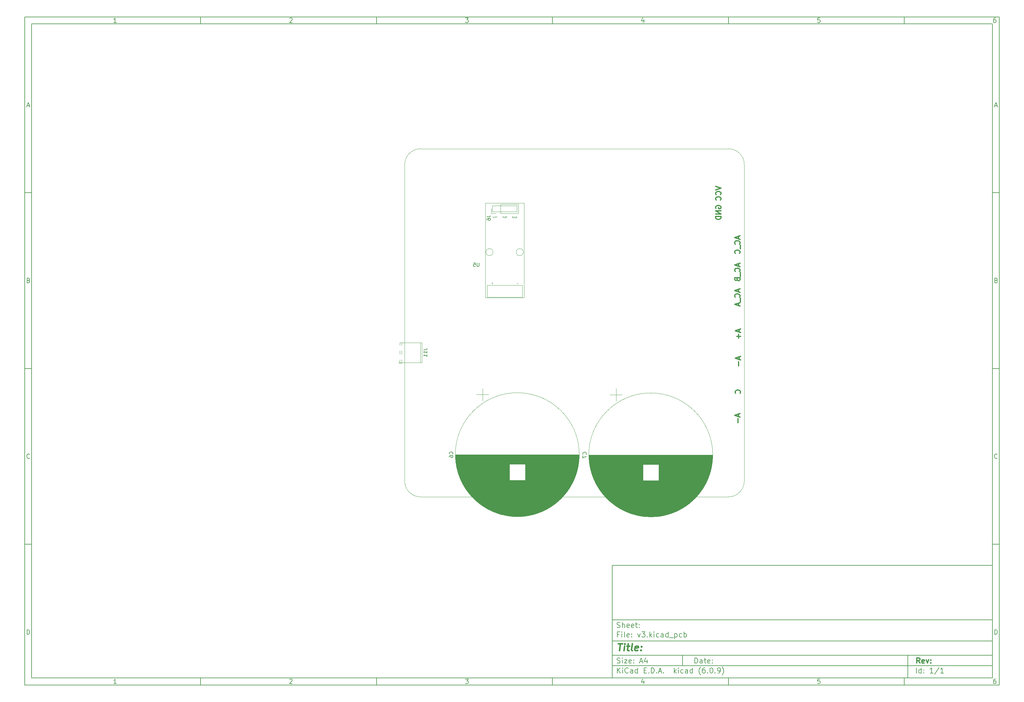
<source format=gbr>
%TF.GenerationSoftware,KiCad,Pcbnew,(6.0.9)*%
%TF.CreationDate,2022-12-28T04:29:14+03:00*%
%TF.ProjectId,v3,76332e6b-6963-4616-945f-706362585858,rev?*%
%TF.SameCoordinates,Original*%
%TF.FileFunction,Legend,Bot*%
%TF.FilePolarity,Positive*%
%FSLAX46Y46*%
G04 Gerber Fmt 4.6, Leading zero omitted, Abs format (unit mm)*
G04 Created by KiCad (PCBNEW (6.0.9)) date 2022-12-28 04:29:14*
%MOMM*%
%LPD*%
G01*
G04 APERTURE LIST*
%ADD10C,0.100000*%
%ADD11C,0.150000*%
%ADD12C,0.300000*%
%ADD13C,0.400000*%
%TA.AperFunction,Profile*%
%ADD14C,0.100000*%
%TD*%
%ADD15C,0.080000*%
%ADD16C,0.120000*%
G04 APERTURE END LIST*
D10*
D11*
X177002200Y-166007200D02*
X177002200Y-198007200D01*
X285002200Y-198007200D01*
X285002200Y-166007200D01*
X177002200Y-166007200D01*
D10*
D11*
X10000000Y-10000000D02*
X10000000Y-200007200D01*
X287002200Y-200007200D01*
X287002200Y-10000000D01*
X10000000Y-10000000D01*
D10*
D11*
X12000000Y-12000000D02*
X12000000Y-198007200D01*
X285002200Y-198007200D01*
X285002200Y-12000000D01*
X12000000Y-12000000D01*
D10*
D11*
X60000000Y-12000000D02*
X60000000Y-10000000D01*
D10*
D11*
X110000000Y-12000000D02*
X110000000Y-10000000D01*
D10*
D11*
X160000000Y-12000000D02*
X160000000Y-10000000D01*
D10*
D11*
X210000000Y-12000000D02*
X210000000Y-10000000D01*
D10*
D11*
X260000000Y-12000000D02*
X260000000Y-10000000D01*
D10*
D11*
X36065476Y-11588095D02*
X35322619Y-11588095D01*
X35694047Y-11588095D02*
X35694047Y-10288095D01*
X35570238Y-10473809D01*
X35446428Y-10597619D01*
X35322619Y-10659523D01*
D10*
D11*
X85322619Y-10411904D02*
X85384523Y-10350000D01*
X85508333Y-10288095D01*
X85817857Y-10288095D01*
X85941666Y-10350000D01*
X86003571Y-10411904D01*
X86065476Y-10535714D01*
X86065476Y-10659523D01*
X86003571Y-10845238D01*
X85260714Y-11588095D01*
X86065476Y-11588095D01*
D10*
D11*
X135260714Y-10288095D02*
X136065476Y-10288095D01*
X135632142Y-10783333D01*
X135817857Y-10783333D01*
X135941666Y-10845238D01*
X136003571Y-10907142D01*
X136065476Y-11030952D01*
X136065476Y-11340476D01*
X136003571Y-11464285D01*
X135941666Y-11526190D01*
X135817857Y-11588095D01*
X135446428Y-11588095D01*
X135322619Y-11526190D01*
X135260714Y-11464285D01*
D10*
D11*
X185941666Y-10721428D02*
X185941666Y-11588095D01*
X185632142Y-10226190D02*
X185322619Y-11154761D01*
X186127380Y-11154761D01*
D10*
D11*
X236003571Y-10288095D02*
X235384523Y-10288095D01*
X235322619Y-10907142D01*
X235384523Y-10845238D01*
X235508333Y-10783333D01*
X235817857Y-10783333D01*
X235941666Y-10845238D01*
X236003571Y-10907142D01*
X236065476Y-11030952D01*
X236065476Y-11340476D01*
X236003571Y-11464285D01*
X235941666Y-11526190D01*
X235817857Y-11588095D01*
X235508333Y-11588095D01*
X235384523Y-11526190D01*
X235322619Y-11464285D01*
D10*
D11*
X285941666Y-10288095D02*
X285694047Y-10288095D01*
X285570238Y-10350000D01*
X285508333Y-10411904D01*
X285384523Y-10597619D01*
X285322619Y-10845238D01*
X285322619Y-11340476D01*
X285384523Y-11464285D01*
X285446428Y-11526190D01*
X285570238Y-11588095D01*
X285817857Y-11588095D01*
X285941666Y-11526190D01*
X286003571Y-11464285D01*
X286065476Y-11340476D01*
X286065476Y-11030952D01*
X286003571Y-10907142D01*
X285941666Y-10845238D01*
X285817857Y-10783333D01*
X285570238Y-10783333D01*
X285446428Y-10845238D01*
X285384523Y-10907142D01*
X285322619Y-11030952D01*
D10*
D11*
X60000000Y-198007200D02*
X60000000Y-200007200D01*
D10*
D11*
X110000000Y-198007200D02*
X110000000Y-200007200D01*
D10*
D11*
X160000000Y-198007200D02*
X160000000Y-200007200D01*
D10*
D11*
X210000000Y-198007200D02*
X210000000Y-200007200D01*
D10*
D11*
X260000000Y-198007200D02*
X260000000Y-200007200D01*
D10*
D11*
X36065476Y-199595295D02*
X35322619Y-199595295D01*
X35694047Y-199595295D02*
X35694047Y-198295295D01*
X35570238Y-198481009D01*
X35446428Y-198604819D01*
X35322619Y-198666723D01*
D10*
D11*
X85322619Y-198419104D02*
X85384523Y-198357200D01*
X85508333Y-198295295D01*
X85817857Y-198295295D01*
X85941666Y-198357200D01*
X86003571Y-198419104D01*
X86065476Y-198542914D01*
X86065476Y-198666723D01*
X86003571Y-198852438D01*
X85260714Y-199595295D01*
X86065476Y-199595295D01*
D10*
D11*
X135260714Y-198295295D02*
X136065476Y-198295295D01*
X135632142Y-198790533D01*
X135817857Y-198790533D01*
X135941666Y-198852438D01*
X136003571Y-198914342D01*
X136065476Y-199038152D01*
X136065476Y-199347676D01*
X136003571Y-199471485D01*
X135941666Y-199533390D01*
X135817857Y-199595295D01*
X135446428Y-199595295D01*
X135322619Y-199533390D01*
X135260714Y-199471485D01*
D10*
D11*
X185941666Y-198728628D02*
X185941666Y-199595295D01*
X185632142Y-198233390D02*
X185322619Y-199161961D01*
X186127380Y-199161961D01*
D10*
D11*
X236003571Y-198295295D02*
X235384523Y-198295295D01*
X235322619Y-198914342D01*
X235384523Y-198852438D01*
X235508333Y-198790533D01*
X235817857Y-198790533D01*
X235941666Y-198852438D01*
X236003571Y-198914342D01*
X236065476Y-199038152D01*
X236065476Y-199347676D01*
X236003571Y-199471485D01*
X235941666Y-199533390D01*
X235817857Y-199595295D01*
X235508333Y-199595295D01*
X235384523Y-199533390D01*
X235322619Y-199471485D01*
D10*
D11*
X285941666Y-198295295D02*
X285694047Y-198295295D01*
X285570238Y-198357200D01*
X285508333Y-198419104D01*
X285384523Y-198604819D01*
X285322619Y-198852438D01*
X285322619Y-199347676D01*
X285384523Y-199471485D01*
X285446428Y-199533390D01*
X285570238Y-199595295D01*
X285817857Y-199595295D01*
X285941666Y-199533390D01*
X286003571Y-199471485D01*
X286065476Y-199347676D01*
X286065476Y-199038152D01*
X286003571Y-198914342D01*
X285941666Y-198852438D01*
X285817857Y-198790533D01*
X285570238Y-198790533D01*
X285446428Y-198852438D01*
X285384523Y-198914342D01*
X285322619Y-199038152D01*
D10*
D11*
X10000000Y-60000000D02*
X12000000Y-60000000D01*
D10*
D11*
X10000000Y-110000000D02*
X12000000Y-110000000D01*
D10*
D11*
X10000000Y-160000000D02*
X12000000Y-160000000D01*
D10*
D11*
X10690476Y-35216666D02*
X11309523Y-35216666D01*
X10566666Y-35588095D02*
X11000000Y-34288095D01*
X11433333Y-35588095D01*
D10*
D11*
X11092857Y-84907142D02*
X11278571Y-84969047D01*
X11340476Y-85030952D01*
X11402380Y-85154761D01*
X11402380Y-85340476D01*
X11340476Y-85464285D01*
X11278571Y-85526190D01*
X11154761Y-85588095D01*
X10659523Y-85588095D01*
X10659523Y-84288095D01*
X11092857Y-84288095D01*
X11216666Y-84350000D01*
X11278571Y-84411904D01*
X11340476Y-84535714D01*
X11340476Y-84659523D01*
X11278571Y-84783333D01*
X11216666Y-84845238D01*
X11092857Y-84907142D01*
X10659523Y-84907142D01*
D10*
D11*
X11402380Y-135464285D02*
X11340476Y-135526190D01*
X11154761Y-135588095D01*
X11030952Y-135588095D01*
X10845238Y-135526190D01*
X10721428Y-135402380D01*
X10659523Y-135278571D01*
X10597619Y-135030952D01*
X10597619Y-134845238D01*
X10659523Y-134597619D01*
X10721428Y-134473809D01*
X10845238Y-134350000D01*
X11030952Y-134288095D01*
X11154761Y-134288095D01*
X11340476Y-134350000D01*
X11402380Y-134411904D01*
D10*
D11*
X10659523Y-185588095D02*
X10659523Y-184288095D01*
X10969047Y-184288095D01*
X11154761Y-184350000D01*
X11278571Y-184473809D01*
X11340476Y-184597619D01*
X11402380Y-184845238D01*
X11402380Y-185030952D01*
X11340476Y-185278571D01*
X11278571Y-185402380D01*
X11154761Y-185526190D01*
X10969047Y-185588095D01*
X10659523Y-185588095D01*
D10*
D11*
X287002200Y-60000000D02*
X285002200Y-60000000D01*
D10*
D11*
X287002200Y-110000000D02*
X285002200Y-110000000D01*
D10*
D11*
X287002200Y-160000000D02*
X285002200Y-160000000D01*
D10*
D11*
X285692676Y-35216666D02*
X286311723Y-35216666D01*
X285568866Y-35588095D02*
X286002200Y-34288095D01*
X286435533Y-35588095D01*
D10*
D11*
X286095057Y-84907142D02*
X286280771Y-84969047D01*
X286342676Y-85030952D01*
X286404580Y-85154761D01*
X286404580Y-85340476D01*
X286342676Y-85464285D01*
X286280771Y-85526190D01*
X286156961Y-85588095D01*
X285661723Y-85588095D01*
X285661723Y-84288095D01*
X286095057Y-84288095D01*
X286218866Y-84350000D01*
X286280771Y-84411904D01*
X286342676Y-84535714D01*
X286342676Y-84659523D01*
X286280771Y-84783333D01*
X286218866Y-84845238D01*
X286095057Y-84907142D01*
X285661723Y-84907142D01*
D10*
D11*
X286404580Y-135464285D02*
X286342676Y-135526190D01*
X286156961Y-135588095D01*
X286033152Y-135588095D01*
X285847438Y-135526190D01*
X285723628Y-135402380D01*
X285661723Y-135278571D01*
X285599819Y-135030952D01*
X285599819Y-134845238D01*
X285661723Y-134597619D01*
X285723628Y-134473809D01*
X285847438Y-134350000D01*
X286033152Y-134288095D01*
X286156961Y-134288095D01*
X286342676Y-134350000D01*
X286404580Y-134411904D01*
D10*
D11*
X285661723Y-185588095D02*
X285661723Y-184288095D01*
X285971247Y-184288095D01*
X286156961Y-184350000D01*
X286280771Y-184473809D01*
X286342676Y-184597619D01*
X286404580Y-184845238D01*
X286404580Y-185030952D01*
X286342676Y-185278571D01*
X286280771Y-185402380D01*
X286156961Y-185526190D01*
X285971247Y-185588095D01*
X285661723Y-185588095D01*
D10*
D11*
X200434342Y-193785771D02*
X200434342Y-192285771D01*
X200791485Y-192285771D01*
X201005771Y-192357200D01*
X201148628Y-192500057D01*
X201220057Y-192642914D01*
X201291485Y-192928628D01*
X201291485Y-193142914D01*
X201220057Y-193428628D01*
X201148628Y-193571485D01*
X201005771Y-193714342D01*
X200791485Y-193785771D01*
X200434342Y-193785771D01*
X202577200Y-193785771D02*
X202577200Y-193000057D01*
X202505771Y-192857200D01*
X202362914Y-192785771D01*
X202077200Y-192785771D01*
X201934342Y-192857200D01*
X202577200Y-193714342D02*
X202434342Y-193785771D01*
X202077200Y-193785771D01*
X201934342Y-193714342D01*
X201862914Y-193571485D01*
X201862914Y-193428628D01*
X201934342Y-193285771D01*
X202077200Y-193214342D01*
X202434342Y-193214342D01*
X202577200Y-193142914D01*
X203077200Y-192785771D02*
X203648628Y-192785771D01*
X203291485Y-192285771D02*
X203291485Y-193571485D01*
X203362914Y-193714342D01*
X203505771Y-193785771D01*
X203648628Y-193785771D01*
X204720057Y-193714342D02*
X204577200Y-193785771D01*
X204291485Y-193785771D01*
X204148628Y-193714342D01*
X204077200Y-193571485D01*
X204077200Y-193000057D01*
X204148628Y-192857200D01*
X204291485Y-192785771D01*
X204577200Y-192785771D01*
X204720057Y-192857200D01*
X204791485Y-193000057D01*
X204791485Y-193142914D01*
X204077200Y-193285771D01*
X205434342Y-193642914D02*
X205505771Y-193714342D01*
X205434342Y-193785771D01*
X205362914Y-193714342D01*
X205434342Y-193642914D01*
X205434342Y-193785771D01*
X205434342Y-192857200D02*
X205505771Y-192928628D01*
X205434342Y-193000057D01*
X205362914Y-192928628D01*
X205434342Y-192857200D01*
X205434342Y-193000057D01*
D10*
D11*
X177002200Y-194507200D02*
X285002200Y-194507200D01*
D10*
D11*
X178434342Y-196585771D02*
X178434342Y-195085771D01*
X179291485Y-196585771D02*
X178648628Y-195728628D01*
X179291485Y-195085771D02*
X178434342Y-195942914D01*
X179934342Y-196585771D02*
X179934342Y-195585771D01*
X179934342Y-195085771D02*
X179862914Y-195157200D01*
X179934342Y-195228628D01*
X180005771Y-195157200D01*
X179934342Y-195085771D01*
X179934342Y-195228628D01*
X181505771Y-196442914D02*
X181434342Y-196514342D01*
X181220057Y-196585771D01*
X181077200Y-196585771D01*
X180862914Y-196514342D01*
X180720057Y-196371485D01*
X180648628Y-196228628D01*
X180577200Y-195942914D01*
X180577200Y-195728628D01*
X180648628Y-195442914D01*
X180720057Y-195300057D01*
X180862914Y-195157200D01*
X181077200Y-195085771D01*
X181220057Y-195085771D01*
X181434342Y-195157200D01*
X181505771Y-195228628D01*
X182791485Y-196585771D02*
X182791485Y-195800057D01*
X182720057Y-195657200D01*
X182577200Y-195585771D01*
X182291485Y-195585771D01*
X182148628Y-195657200D01*
X182791485Y-196514342D02*
X182648628Y-196585771D01*
X182291485Y-196585771D01*
X182148628Y-196514342D01*
X182077200Y-196371485D01*
X182077200Y-196228628D01*
X182148628Y-196085771D01*
X182291485Y-196014342D01*
X182648628Y-196014342D01*
X182791485Y-195942914D01*
X184148628Y-196585771D02*
X184148628Y-195085771D01*
X184148628Y-196514342D02*
X184005771Y-196585771D01*
X183720057Y-196585771D01*
X183577200Y-196514342D01*
X183505771Y-196442914D01*
X183434342Y-196300057D01*
X183434342Y-195871485D01*
X183505771Y-195728628D01*
X183577200Y-195657200D01*
X183720057Y-195585771D01*
X184005771Y-195585771D01*
X184148628Y-195657200D01*
X186005771Y-195800057D02*
X186505771Y-195800057D01*
X186720057Y-196585771D02*
X186005771Y-196585771D01*
X186005771Y-195085771D01*
X186720057Y-195085771D01*
X187362914Y-196442914D02*
X187434342Y-196514342D01*
X187362914Y-196585771D01*
X187291485Y-196514342D01*
X187362914Y-196442914D01*
X187362914Y-196585771D01*
X188077200Y-196585771D02*
X188077200Y-195085771D01*
X188434342Y-195085771D01*
X188648628Y-195157200D01*
X188791485Y-195300057D01*
X188862914Y-195442914D01*
X188934342Y-195728628D01*
X188934342Y-195942914D01*
X188862914Y-196228628D01*
X188791485Y-196371485D01*
X188648628Y-196514342D01*
X188434342Y-196585771D01*
X188077200Y-196585771D01*
X189577200Y-196442914D02*
X189648628Y-196514342D01*
X189577200Y-196585771D01*
X189505771Y-196514342D01*
X189577200Y-196442914D01*
X189577200Y-196585771D01*
X190220057Y-196157200D02*
X190934342Y-196157200D01*
X190077200Y-196585771D02*
X190577200Y-195085771D01*
X191077200Y-196585771D01*
X191577200Y-196442914D02*
X191648628Y-196514342D01*
X191577200Y-196585771D01*
X191505771Y-196514342D01*
X191577200Y-196442914D01*
X191577200Y-196585771D01*
X194577200Y-196585771D02*
X194577200Y-195085771D01*
X194720057Y-196014342D02*
X195148628Y-196585771D01*
X195148628Y-195585771D02*
X194577200Y-196157200D01*
X195791485Y-196585771D02*
X195791485Y-195585771D01*
X195791485Y-195085771D02*
X195720057Y-195157200D01*
X195791485Y-195228628D01*
X195862914Y-195157200D01*
X195791485Y-195085771D01*
X195791485Y-195228628D01*
X197148628Y-196514342D02*
X197005771Y-196585771D01*
X196720057Y-196585771D01*
X196577200Y-196514342D01*
X196505771Y-196442914D01*
X196434342Y-196300057D01*
X196434342Y-195871485D01*
X196505771Y-195728628D01*
X196577200Y-195657200D01*
X196720057Y-195585771D01*
X197005771Y-195585771D01*
X197148628Y-195657200D01*
X198434342Y-196585771D02*
X198434342Y-195800057D01*
X198362914Y-195657200D01*
X198220057Y-195585771D01*
X197934342Y-195585771D01*
X197791485Y-195657200D01*
X198434342Y-196514342D02*
X198291485Y-196585771D01*
X197934342Y-196585771D01*
X197791485Y-196514342D01*
X197720057Y-196371485D01*
X197720057Y-196228628D01*
X197791485Y-196085771D01*
X197934342Y-196014342D01*
X198291485Y-196014342D01*
X198434342Y-195942914D01*
X199791485Y-196585771D02*
X199791485Y-195085771D01*
X199791485Y-196514342D02*
X199648628Y-196585771D01*
X199362914Y-196585771D01*
X199220057Y-196514342D01*
X199148628Y-196442914D01*
X199077200Y-196300057D01*
X199077200Y-195871485D01*
X199148628Y-195728628D01*
X199220057Y-195657200D01*
X199362914Y-195585771D01*
X199648628Y-195585771D01*
X199791485Y-195657200D01*
X202077200Y-197157200D02*
X202005771Y-197085771D01*
X201862914Y-196871485D01*
X201791485Y-196728628D01*
X201720057Y-196514342D01*
X201648628Y-196157200D01*
X201648628Y-195871485D01*
X201720057Y-195514342D01*
X201791485Y-195300057D01*
X201862914Y-195157200D01*
X202005771Y-194942914D01*
X202077200Y-194871485D01*
X203291485Y-195085771D02*
X203005771Y-195085771D01*
X202862914Y-195157200D01*
X202791485Y-195228628D01*
X202648628Y-195442914D01*
X202577200Y-195728628D01*
X202577200Y-196300057D01*
X202648628Y-196442914D01*
X202720057Y-196514342D01*
X202862914Y-196585771D01*
X203148628Y-196585771D01*
X203291485Y-196514342D01*
X203362914Y-196442914D01*
X203434342Y-196300057D01*
X203434342Y-195942914D01*
X203362914Y-195800057D01*
X203291485Y-195728628D01*
X203148628Y-195657200D01*
X202862914Y-195657200D01*
X202720057Y-195728628D01*
X202648628Y-195800057D01*
X202577200Y-195942914D01*
X204077200Y-196442914D02*
X204148628Y-196514342D01*
X204077200Y-196585771D01*
X204005771Y-196514342D01*
X204077200Y-196442914D01*
X204077200Y-196585771D01*
X205077200Y-195085771D02*
X205220057Y-195085771D01*
X205362914Y-195157200D01*
X205434342Y-195228628D01*
X205505771Y-195371485D01*
X205577200Y-195657200D01*
X205577200Y-196014342D01*
X205505771Y-196300057D01*
X205434342Y-196442914D01*
X205362914Y-196514342D01*
X205220057Y-196585771D01*
X205077200Y-196585771D01*
X204934342Y-196514342D01*
X204862914Y-196442914D01*
X204791485Y-196300057D01*
X204720057Y-196014342D01*
X204720057Y-195657200D01*
X204791485Y-195371485D01*
X204862914Y-195228628D01*
X204934342Y-195157200D01*
X205077200Y-195085771D01*
X206220057Y-196442914D02*
X206291485Y-196514342D01*
X206220057Y-196585771D01*
X206148628Y-196514342D01*
X206220057Y-196442914D01*
X206220057Y-196585771D01*
X207005771Y-196585771D02*
X207291485Y-196585771D01*
X207434342Y-196514342D01*
X207505771Y-196442914D01*
X207648628Y-196228628D01*
X207720057Y-195942914D01*
X207720057Y-195371485D01*
X207648628Y-195228628D01*
X207577200Y-195157200D01*
X207434342Y-195085771D01*
X207148628Y-195085771D01*
X207005771Y-195157200D01*
X206934342Y-195228628D01*
X206862914Y-195371485D01*
X206862914Y-195728628D01*
X206934342Y-195871485D01*
X207005771Y-195942914D01*
X207148628Y-196014342D01*
X207434342Y-196014342D01*
X207577200Y-195942914D01*
X207648628Y-195871485D01*
X207720057Y-195728628D01*
X208220057Y-197157200D02*
X208291485Y-197085771D01*
X208434342Y-196871485D01*
X208505771Y-196728628D01*
X208577200Y-196514342D01*
X208648628Y-196157200D01*
X208648628Y-195871485D01*
X208577200Y-195514342D01*
X208505771Y-195300057D01*
X208434342Y-195157200D01*
X208291485Y-194942914D01*
X208220057Y-194871485D01*
D10*
D11*
X177002200Y-191507200D02*
X285002200Y-191507200D01*
D10*
D12*
X264411485Y-193785771D02*
X263911485Y-193071485D01*
X263554342Y-193785771D02*
X263554342Y-192285771D01*
X264125771Y-192285771D01*
X264268628Y-192357200D01*
X264340057Y-192428628D01*
X264411485Y-192571485D01*
X264411485Y-192785771D01*
X264340057Y-192928628D01*
X264268628Y-193000057D01*
X264125771Y-193071485D01*
X263554342Y-193071485D01*
X265625771Y-193714342D02*
X265482914Y-193785771D01*
X265197200Y-193785771D01*
X265054342Y-193714342D01*
X264982914Y-193571485D01*
X264982914Y-193000057D01*
X265054342Y-192857200D01*
X265197200Y-192785771D01*
X265482914Y-192785771D01*
X265625771Y-192857200D01*
X265697200Y-193000057D01*
X265697200Y-193142914D01*
X264982914Y-193285771D01*
X266197200Y-192785771D02*
X266554342Y-193785771D01*
X266911485Y-192785771D01*
X267482914Y-193642914D02*
X267554342Y-193714342D01*
X267482914Y-193785771D01*
X267411485Y-193714342D01*
X267482914Y-193642914D01*
X267482914Y-193785771D01*
X267482914Y-192857200D02*
X267554342Y-192928628D01*
X267482914Y-193000057D01*
X267411485Y-192928628D01*
X267482914Y-192857200D01*
X267482914Y-193000057D01*
D10*
D11*
X178362914Y-193714342D02*
X178577200Y-193785771D01*
X178934342Y-193785771D01*
X179077200Y-193714342D01*
X179148628Y-193642914D01*
X179220057Y-193500057D01*
X179220057Y-193357200D01*
X179148628Y-193214342D01*
X179077200Y-193142914D01*
X178934342Y-193071485D01*
X178648628Y-193000057D01*
X178505771Y-192928628D01*
X178434342Y-192857200D01*
X178362914Y-192714342D01*
X178362914Y-192571485D01*
X178434342Y-192428628D01*
X178505771Y-192357200D01*
X178648628Y-192285771D01*
X179005771Y-192285771D01*
X179220057Y-192357200D01*
X179862914Y-193785771D02*
X179862914Y-192785771D01*
X179862914Y-192285771D02*
X179791485Y-192357200D01*
X179862914Y-192428628D01*
X179934342Y-192357200D01*
X179862914Y-192285771D01*
X179862914Y-192428628D01*
X180434342Y-192785771D02*
X181220057Y-192785771D01*
X180434342Y-193785771D01*
X181220057Y-193785771D01*
X182362914Y-193714342D02*
X182220057Y-193785771D01*
X181934342Y-193785771D01*
X181791485Y-193714342D01*
X181720057Y-193571485D01*
X181720057Y-193000057D01*
X181791485Y-192857200D01*
X181934342Y-192785771D01*
X182220057Y-192785771D01*
X182362914Y-192857200D01*
X182434342Y-193000057D01*
X182434342Y-193142914D01*
X181720057Y-193285771D01*
X183077200Y-193642914D02*
X183148628Y-193714342D01*
X183077200Y-193785771D01*
X183005771Y-193714342D01*
X183077200Y-193642914D01*
X183077200Y-193785771D01*
X183077200Y-192857200D02*
X183148628Y-192928628D01*
X183077200Y-193000057D01*
X183005771Y-192928628D01*
X183077200Y-192857200D01*
X183077200Y-193000057D01*
X184862914Y-193357200D02*
X185577200Y-193357200D01*
X184720057Y-193785771D02*
X185220057Y-192285771D01*
X185720057Y-193785771D01*
X186862914Y-192785771D02*
X186862914Y-193785771D01*
X186505771Y-192214342D02*
X186148628Y-193285771D01*
X187077200Y-193285771D01*
D10*
D11*
X263434342Y-196585771D02*
X263434342Y-195085771D01*
X264791485Y-196585771D02*
X264791485Y-195085771D01*
X264791485Y-196514342D02*
X264648628Y-196585771D01*
X264362914Y-196585771D01*
X264220057Y-196514342D01*
X264148628Y-196442914D01*
X264077200Y-196300057D01*
X264077200Y-195871485D01*
X264148628Y-195728628D01*
X264220057Y-195657200D01*
X264362914Y-195585771D01*
X264648628Y-195585771D01*
X264791485Y-195657200D01*
X265505771Y-196442914D02*
X265577200Y-196514342D01*
X265505771Y-196585771D01*
X265434342Y-196514342D01*
X265505771Y-196442914D01*
X265505771Y-196585771D01*
X265505771Y-195657200D02*
X265577200Y-195728628D01*
X265505771Y-195800057D01*
X265434342Y-195728628D01*
X265505771Y-195657200D01*
X265505771Y-195800057D01*
X268148628Y-196585771D02*
X267291485Y-196585771D01*
X267720057Y-196585771D02*
X267720057Y-195085771D01*
X267577200Y-195300057D01*
X267434342Y-195442914D01*
X267291485Y-195514342D01*
X269862914Y-195014342D02*
X268577200Y-196942914D01*
X271148628Y-196585771D02*
X270291485Y-196585771D01*
X270720057Y-196585771D02*
X270720057Y-195085771D01*
X270577200Y-195300057D01*
X270434342Y-195442914D01*
X270291485Y-195514342D01*
D10*
D11*
X177002200Y-187507200D02*
X285002200Y-187507200D01*
D10*
D13*
X178714580Y-188211961D02*
X179857438Y-188211961D01*
X179036009Y-190211961D02*
X179286009Y-188211961D01*
X180274104Y-190211961D02*
X180440771Y-188878628D01*
X180524104Y-188211961D02*
X180416961Y-188307200D01*
X180500295Y-188402438D01*
X180607438Y-188307200D01*
X180524104Y-188211961D01*
X180500295Y-188402438D01*
X181107438Y-188878628D02*
X181869342Y-188878628D01*
X181476485Y-188211961D02*
X181262200Y-189926247D01*
X181333628Y-190116723D01*
X181512200Y-190211961D01*
X181702676Y-190211961D01*
X182655057Y-190211961D02*
X182476485Y-190116723D01*
X182405057Y-189926247D01*
X182619342Y-188211961D01*
X184190771Y-190116723D02*
X183988390Y-190211961D01*
X183607438Y-190211961D01*
X183428866Y-190116723D01*
X183357438Y-189926247D01*
X183452676Y-189164342D01*
X183571723Y-188973866D01*
X183774104Y-188878628D01*
X184155057Y-188878628D01*
X184333628Y-188973866D01*
X184405057Y-189164342D01*
X184381247Y-189354819D01*
X183405057Y-189545295D01*
X185155057Y-190021485D02*
X185238390Y-190116723D01*
X185131247Y-190211961D01*
X185047914Y-190116723D01*
X185155057Y-190021485D01*
X185131247Y-190211961D01*
X185286009Y-188973866D02*
X185369342Y-189069104D01*
X185262200Y-189164342D01*
X185178866Y-189069104D01*
X185286009Y-188973866D01*
X185262200Y-189164342D01*
D10*
D11*
X178934342Y-185600057D02*
X178434342Y-185600057D01*
X178434342Y-186385771D02*
X178434342Y-184885771D01*
X179148628Y-184885771D01*
X179720057Y-186385771D02*
X179720057Y-185385771D01*
X179720057Y-184885771D02*
X179648628Y-184957200D01*
X179720057Y-185028628D01*
X179791485Y-184957200D01*
X179720057Y-184885771D01*
X179720057Y-185028628D01*
X180648628Y-186385771D02*
X180505771Y-186314342D01*
X180434342Y-186171485D01*
X180434342Y-184885771D01*
X181791485Y-186314342D02*
X181648628Y-186385771D01*
X181362914Y-186385771D01*
X181220057Y-186314342D01*
X181148628Y-186171485D01*
X181148628Y-185600057D01*
X181220057Y-185457200D01*
X181362914Y-185385771D01*
X181648628Y-185385771D01*
X181791485Y-185457200D01*
X181862914Y-185600057D01*
X181862914Y-185742914D01*
X181148628Y-185885771D01*
X182505771Y-186242914D02*
X182577200Y-186314342D01*
X182505771Y-186385771D01*
X182434342Y-186314342D01*
X182505771Y-186242914D01*
X182505771Y-186385771D01*
X182505771Y-185457200D02*
X182577200Y-185528628D01*
X182505771Y-185600057D01*
X182434342Y-185528628D01*
X182505771Y-185457200D01*
X182505771Y-185600057D01*
X184220057Y-185385771D02*
X184577200Y-186385771D01*
X184934342Y-185385771D01*
X185362914Y-184885771D02*
X186291485Y-184885771D01*
X185791485Y-185457200D01*
X186005771Y-185457200D01*
X186148628Y-185528628D01*
X186220057Y-185600057D01*
X186291485Y-185742914D01*
X186291485Y-186100057D01*
X186220057Y-186242914D01*
X186148628Y-186314342D01*
X186005771Y-186385771D01*
X185577200Y-186385771D01*
X185434342Y-186314342D01*
X185362914Y-186242914D01*
X186934342Y-186242914D02*
X187005771Y-186314342D01*
X186934342Y-186385771D01*
X186862914Y-186314342D01*
X186934342Y-186242914D01*
X186934342Y-186385771D01*
X187648628Y-186385771D02*
X187648628Y-184885771D01*
X187791485Y-185814342D02*
X188220057Y-186385771D01*
X188220057Y-185385771D02*
X187648628Y-185957200D01*
X188862914Y-186385771D02*
X188862914Y-185385771D01*
X188862914Y-184885771D02*
X188791485Y-184957200D01*
X188862914Y-185028628D01*
X188934342Y-184957200D01*
X188862914Y-184885771D01*
X188862914Y-185028628D01*
X190220057Y-186314342D02*
X190077200Y-186385771D01*
X189791485Y-186385771D01*
X189648628Y-186314342D01*
X189577200Y-186242914D01*
X189505771Y-186100057D01*
X189505771Y-185671485D01*
X189577200Y-185528628D01*
X189648628Y-185457200D01*
X189791485Y-185385771D01*
X190077200Y-185385771D01*
X190220057Y-185457200D01*
X191505771Y-186385771D02*
X191505771Y-185600057D01*
X191434342Y-185457200D01*
X191291485Y-185385771D01*
X191005771Y-185385771D01*
X190862914Y-185457200D01*
X191505771Y-186314342D02*
X191362914Y-186385771D01*
X191005771Y-186385771D01*
X190862914Y-186314342D01*
X190791485Y-186171485D01*
X190791485Y-186028628D01*
X190862914Y-185885771D01*
X191005771Y-185814342D01*
X191362914Y-185814342D01*
X191505771Y-185742914D01*
X192862914Y-186385771D02*
X192862914Y-184885771D01*
X192862914Y-186314342D02*
X192720057Y-186385771D01*
X192434342Y-186385771D01*
X192291485Y-186314342D01*
X192220057Y-186242914D01*
X192148628Y-186100057D01*
X192148628Y-185671485D01*
X192220057Y-185528628D01*
X192291485Y-185457200D01*
X192434342Y-185385771D01*
X192720057Y-185385771D01*
X192862914Y-185457200D01*
X193220057Y-186528628D02*
X194362914Y-186528628D01*
X194720057Y-185385771D02*
X194720057Y-186885771D01*
X194720057Y-185457200D02*
X194862914Y-185385771D01*
X195148628Y-185385771D01*
X195291485Y-185457200D01*
X195362914Y-185528628D01*
X195434342Y-185671485D01*
X195434342Y-186100057D01*
X195362914Y-186242914D01*
X195291485Y-186314342D01*
X195148628Y-186385771D01*
X194862914Y-186385771D01*
X194720057Y-186314342D01*
X196720057Y-186314342D02*
X196577200Y-186385771D01*
X196291485Y-186385771D01*
X196148628Y-186314342D01*
X196077200Y-186242914D01*
X196005771Y-186100057D01*
X196005771Y-185671485D01*
X196077200Y-185528628D01*
X196148628Y-185457200D01*
X196291485Y-185385771D01*
X196577200Y-185385771D01*
X196720057Y-185457200D01*
X197362914Y-186385771D02*
X197362914Y-184885771D01*
X197362914Y-185457200D02*
X197505771Y-185385771D01*
X197791485Y-185385771D01*
X197934342Y-185457200D01*
X198005771Y-185528628D01*
X198077200Y-185671485D01*
X198077200Y-186100057D01*
X198005771Y-186242914D01*
X197934342Y-186314342D01*
X197791485Y-186385771D01*
X197505771Y-186385771D01*
X197362914Y-186314342D01*
D10*
D11*
X177002200Y-181507200D02*
X285002200Y-181507200D01*
D10*
D11*
X178362914Y-183614342D02*
X178577200Y-183685771D01*
X178934342Y-183685771D01*
X179077200Y-183614342D01*
X179148628Y-183542914D01*
X179220057Y-183400057D01*
X179220057Y-183257200D01*
X179148628Y-183114342D01*
X179077200Y-183042914D01*
X178934342Y-182971485D01*
X178648628Y-182900057D01*
X178505771Y-182828628D01*
X178434342Y-182757200D01*
X178362914Y-182614342D01*
X178362914Y-182471485D01*
X178434342Y-182328628D01*
X178505771Y-182257200D01*
X178648628Y-182185771D01*
X179005771Y-182185771D01*
X179220057Y-182257200D01*
X179862914Y-183685771D02*
X179862914Y-182185771D01*
X180505771Y-183685771D02*
X180505771Y-182900057D01*
X180434342Y-182757200D01*
X180291485Y-182685771D01*
X180077200Y-182685771D01*
X179934342Y-182757200D01*
X179862914Y-182828628D01*
X181791485Y-183614342D02*
X181648628Y-183685771D01*
X181362914Y-183685771D01*
X181220057Y-183614342D01*
X181148628Y-183471485D01*
X181148628Y-182900057D01*
X181220057Y-182757200D01*
X181362914Y-182685771D01*
X181648628Y-182685771D01*
X181791485Y-182757200D01*
X181862914Y-182900057D01*
X181862914Y-183042914D01*
X181148628Y-183185771D01*
X183077200Y-183614342D02*
X182934342Y-183685771D01*
X182648628Y-183685771D01*
X182505771Y-183614342D01*
X182434342Y-183471485D01*
X182434342Y-182900057D01*
X182505771Y-182757200D01*
X182648628Y-182685771D01*
X182934342Y-182685771D01*
X183077200Y-182757200D01*
X183148628Y-182900057D01*
X183148628Y-183042914D01*
X182434342Y-183185771D01*
X183577200Y-182685771D02*
X184148628Y-182685771D01*
X183791485Y-182185771D02*
X183791485Y-183471485D01*
X183862914Y-183614342D01*
X184005771Y-183685771D01*
X184148628Y-183685771D01*
X184648628Y-183542914D02*
X184720057Y-183614342D01*
X184648628Y-183685771D01*
X184577200Y-183614342D01*
X184648628Y-183542914D01*
X184648628Y-183685771D01*
X184648628Y-182757200D02*
X184720057Y-182828628D01*
X184648628Y-182900057D01*
X184577200Y-182828628D01*
X184648628Y-182757200D01*
X184648628Y-182900057D01*
D10*
D12*
D10*
D11*
D10*
D11*
D10*
D11*
D10*
D11*
D10*
D11*
X197002200Y-191507200D02*
X197002200Y-194507200D01*
D10*
D11*
X261002200Y-191507200D02*
X261002200Y-198007200D01*
D12*
X206450000Y-64457142D02*
X206378571Y-64314285D01*
X206378571Y-64100000D01*
X206450000Y-63885714D01*
X206592857Y-63742857D01*
X206735714Y-63671428D01*
X207021428Y-63600000D01*
X207235714Y-63600000D01*
X207521428Y-63671428D01*
X207664285Y-63742857D01*
X207807142Y-63885714D01*
X207878571Y-64100000D01*
X207878571Y-64242857D01*
X207807142Y-64457142D01*
X207735714Y-64528571D01*
X207235714Y-64528571D01*
X207235714Y-64242857D01*
X207878571Y-65171428D02*
X206378571Y-65171428D01*
X207878571Y-66028571D01*
X206378571Y-66028571D01*
X207878571Y-66742857D02*
X206378571Y-66742857D01*
X206378571Y-67100000D01*
X206450000Y-67314285D01*
X206592857Y-67457142D01*
X206735714Y-67528571D01*
X207021428Y-67600000D01*
X207235714Y-67600000D01*
X207521428Y-67528571D01*
X207664285Y-67457142D01*
X207807142Y-67314285D01*
X207878571Y-67100000D01*
X207878571Y-66742857D01*
X206378571Y-58199999D02*
X207878571Y-58699999D01*
X206378571Y-59199999D01*
X207735714Y-60557141D02*
X207807142Y-60485713D01*
X207878571Y-60271427D01*
X207878571Y-60128570D01*
X207807142Y-59914284D01*
X207664285Y-59771427D01*
X207521428Y-59699999D01*
X207235714Y-59628570D01*
X207021428Y-59628570D01*
X206735714Y-59699999D01*
X206592857Y-59771427D01*
X206450000Y-59914284D01*
X206378571Y-60128570D01*
X206378571Y-60271427D01*
X206450000Y-60485713D01*
X206521428Y-60557141D01*
X207735714Y-62057141D02*
X207807142Y-61985713D01*
X207878571Y-61771427D01*
X207878571Y-61628570D01*
X207807142Y-61414284D01*
X207664285Y-61271427D01*
X207521428Y-61199999D01*
X207235714Y-61128570D01*
X207021428Y-61128570D01*
X206735714Y-61199999D01*
X206592857Y-61271427D01*
X206450000Y-61414284D01*
X206378571Y-61628570D01*
X206378571Y-61771427D01*
X206450000Y-61985713D01*
X206521428Y-62057141D01*
X212850000Y-87478571D02*
X212850000Y-88192857D01*
X213278571Y-87335714D02*
X211778571Y-87835714D01*
X213278571Y-88335714D01*
X213135714Y-89692857D02*
X213207142Y-89621428D01*
X213278571Y-89407142D01*
X213278571Y-89264285D01*
X213207142Y-89050000D01*
X213064285Y-88907142D01*
X212921428Y-88835714D01*
X212635714Y-88764285D01*
X212421428Y-88764285D01*
X212135714Y-88835714D01*
X211992857Y-88907142D01*
X211850000Y-89050000D01*
X211778571Y-89264285D01*
X211778571Y-89407142D01*
X211850000Y-89621428D01*
X211921428Y-89692857D01*
X213421428Y-89978571D02*
X213421428Y-91121428D01*
X212850000Y-91407142D02*
X212850000Y-92121428D01*
X213278571Y-91264285D02*
X211778571Y-91764285D01*
X213278571Y-92264285D01*
X212850000Y-80171428D02*
X212850000Y-80885714D01*
X213278571Y-80028571D02*
X211778571Y-80528571D01*
X213278571Y-81028571D01*
X213135714Y-82385714D02*
X213207142Y-82314285D01*
X213278571Y-82100000D01*
X213278571Y-81957142D01*
X213207142Y-81742857D01*
X213064285Y-81600000D01*
X212921428Y-81528571D01*
X212635714Y-81457142D01*
X212421428Y-81457142D01*
X212135714Y-81528571D01*
X211992857Y-81600000D01*
X211850000Y-81742857D01*
X211778571Y-81957142D01*
X211778571Y-82100000D01*
X211850000Y-82314285D01*
X211921428Y-82385714D01*
X213421428Y-82671428D02*
X213421428Y-83814285D01*
X212492857Y-84671428D02*
X212564285Y-84885714D01*
X212635714Y-84957142D01*
X212778571Y-85028571D01*
X212992857Y-85028571D01*
X213135714Y-84957142D01*
X213207142Y-84885714D01*
X213278571Y-84742857D01*
X213278571Y-84171428D01*
X211778571Y-84171428D01*
X211778571Y-84671428D01*
X211850000Y-84814285D01*
X211921428Y-84885714D01*
X212064285Y-84957142D01*
X212207142Y-84957142D01*
X212350000Y-84885714D01*
X212421428Y-84814285D01*
X212492857Y-84671428D01*
X212492857Y-84171428D01*
X212850000Y-72371428D02*
X212850000Y-73085714D01*
X213278571Y-72228571D02*
X211778571Y-72728571D01*
X213278571Y-73228571D01*
X213135714Y-74585714D02*
X213207142Y-74514285D01*
X213278571Y-74300000D01*
X213278571Y-74157142D01*
X213207142Y-73942857D01*
X213064285Y-73800000D01*
X212921428Y-73728571D01*
X212635714Y-73657142D01*
X212421428Y-73657142D01*
X212135714Y-73728571D01*
X211992857Y-73800000D01*
X211850000Y-73942857D01*
X211778571Y-74157142D01*
X211778571Y-74300000D01*
X211850000Y-74514285D01*
X211921428Y-74585714D01*
X213421428Y-74871428D02*
X213421428Y-76014285D01*
X213135714Y-77228571D02*
X213207142Y-77157142D01*
X213278571Y-76942857D01*
X213278571Y-76800000D01*
X213207142Y-76585714D01*
X213064285Y-76442857D01*
X212921428Y-76371428D01*
X212635714Y-76300000D01*
X212421428Y-76300000D01*
X212135714Y-76371428D01*
X211992857Y-76442857D01*
X211850000Y-76585714D01*
X211778571Y-76800000D01*
X211778571Y-76942857D01*
X211850000Y-77157142D01*
X211921428Y-77228571D01*
X213050000Y-98914285D02*
X213050000Y-99628571D01*
X213478571Y-98771428D02*
X211978571Y-99271428D01*
X213478571Y-99771428D01*
X212907142Y-100271428D02*
X212907142Y-101414285D01*
X213478571Y-100842857D02*
X212335714Y-100842857D01*
X213050000Y-106714285D02*
X213050000Y-107428571D01*
X213478571Y-106571428D02*
X211978571Y-107071428D01*
X213478571Y-107571428D01*
X212907142Y-108071428D02*
X212907142Y-109214285D01*
X212850000Y-122914285D02*
X212850000Y-123628571D01*
X213278571Y-122771428D02*
X211778571Y-123271428D01*
X213278571Y-123771428D01*
X212707142Y-124271428D02*
X212707142Y-125414285D01*
X212064285Y-117064285D02*
X211992857Y-116992857D01*
X211921428Y-116778571D01*
X211921428Y-116635714D01*
X211992857Y-116421428D01*
X212135714Y-116278571D01*
X212278571Y-116207142D01*
X212564285Y-116135714D01*
X212778571Y-116135714D01*
X213064285Y-116207142D01*
X213207142Y-116278571D01*
X213350000Y-116421428D01*
X213421428Y-116635714D01*
X213421428Y-116778571D01*
X213350000Y-116992857D01*
X213278571Y-117064285D01*
D14*
X122500000Y-146500000D02*
X210000000Y-146500000D01*
X118000000Y-52000000D02*
X118000000Y-142000000D01*
X214500000Y-52000000D02*
G75*
G03*
X210000000Y-47500000I-4500000J0D01*
G01*
X214500000Y-142000000D02*
X214500000Y-52000000D01*
X210000000Y-146500000D02*
G75*
G03*
X214500000Y-142000000I0J4500000D01*
G01*
X122500000Y-47500000D02*
G75*
G03*
X118000000Y-52000000I0J-4500000D01*
G01*
X122500000Y-47500000D02*
X210000000Y-47500000D01*
X118000000Y-142000000D02*
G75*
G03*
X122500000Y-146500000I4500000J0D01*
G01*
D11*
%TO.C,U5*%
X139111904Y-79952380D02*
X139111904Y-80761904D01*
X139064285Y-80857142D01*
X139016666Y-80904761D01*
X138921428Y-80952380D01*
X138730952Y-80952380D01*
X138635714Y-80904761D01*
X138588095Y-80857142D01*
X138540476Y-80761904D01*
X138540476Y-79952380D01*
X137588095Y-79952380D02*
X138064285Y-79952380D01*
X138111904Y-80428571D01*
X138064285Y-80380952D01*
X137969047Y-80333333D01*
X137730952Y-80333333D01*
X137635714Y-80380952D01*
X137588095Y-80428571D01*
X137540476Y-80523809D01*
X137540476Y-80761904D01*
X137588095Y-80857142D01*
X137635714Y-80904761D01*
X137730952Y-80952380D01*
X137969047Y-80952380D01*
X138064285Y-80904761D01*
X138111904Y-80857142D01*
D15*
X146816666Y-66626190D02*
X146721428Y-66626190D01*
X146673809Y-66650000D01*
X146626190Y-66697619D01*
X146602380Y-66792857D01*
X146602380Y-66959523D01*
X146626190Y-67054761D01*
X146673809Y-67102380D01*
X146721428Y-67126190D01*
X146816666Y-67126190D01*
X146864285Y-67102380D01*
X146911904Y-67054761D01*
X146935714Y-66959523D01*
X146935714Y-66792857D01*
X146911904Y-66697619D01*
X146864285Y-66650000D01*
X146816666Y-66626190D01*
X146173809Y-66792857D02*
X146173809Y-67126190D01*
X146388095Y-66792857D02*
X146388095Y-67054761D01*
X146364285Y-67102380D01*
X146316666Y-67126190D01*
X146245238Y-67126190D01*
X146197619Y-67102380D01*
X146173809Y-67078571D01*
X146007142Y-66792857D02*
X145816666Y-66792857D01*
X145935714Y-66626190D02*
X145935714Y-67054761D01*
X145911904Y-67102380D01*
X145864285Y-67126190D01*
X145816666Y-67126190D01*
X150190476Y-85785714D02*
X149809523Y-85785714D01*
X149521428Y-66700000D02*
X149569047Y-66676190D01*
X149640476Y-66676190D01*
X149711904Y-66700000D01*
X149759523Y-66747619D01*
X149783333Y-66795238D01*
X149807142Y-66890476D01*
X149807142Y-66961904D01*
X149783333Y-67057142D01*
X149759523Y-67104761D01*
X149711904Y-67152380D01*
X149640476Y-67176190D01*
X149592857Y-67176190D01*
X149521428Y-67152380D01*
X149497619Y-67128571D01*
X149497619Y-66961904D01*
X149592857Y-66961904D01*
X149283333Y-66842857D02*
X149283333Y-67176190D01*
X149283333Y-66890476D02*
X149259523Y-66866666D01*
X149211904Y-66842857D01*
X149140476Y-66842857D01*
X149092857Y-66866666D01*
X149069047Y-66914285D01*
X149069047Y-67176190D01*
X148616666Y-67176190D02*
X148616666Y-66676190D01*
X148616666Y-67152380D02*
X148664285Y-67176190D01*
X148759523Y-67176190D01*
X148807142Y-67152380D01*
X148830952Y-67128571D01*
X148854761Y-67080952D01*
X148854761Y-66938095D01*
X148830952Y-66890476D01*
X148807142Y-66866666D01*
X148759523Y-66842857D01*
X148664285Y-66842857D01*
X148616666Y-66866666D01*
X143040476Y-85735714D02*
X142659523Y-85735714D01*
X142850000Y-85926190D02*
X142850000Y-85545238D01*
X144145238Y-66626190D02*
X143978571Y-67126190D01*
X143811904Y-66626190D01*
X143430952Y-67102380D02*
X143478571Y-67126190D01*
X143573809Y-67126190D01*
X143621428Y-67102380D01*
X143645238Y-67078571D01*
X143669047Y-67030952D01*
X143669047Y-66888095D01*
X143645238Y-66840476D01*
X143621428Y-66816666D01*
X143573809Y-66792857D01*
X143478571Y-66792857D01*
X143430952Y-66816666D01*
X143002380Y-67102380D02*
X143050000Y-67126190D01*
X143145238Y-67126190D01*
X143192857Y-67102380D01*
X143216666Y-67078571D01*
X143240476Y-67030952D01*
X143240476Y-66888095D01*
X143216666Y-66840476D01*
X143192857Y-66816666D01*
X143145238Y-66792857D01*
X143050000Y-66792857D01*
X143002380Y-66816666D01*
D11*
%TO.C,J11*%
X123362380Y-104640477D02*
X124076666Y-104640477D01*
X124219523Y-104592858D01*
X124314761Y-104497620D01*
X124362380Y-104354762D01*
X124362380Y-104259524D01*
X124362380Y-105640477D02*
X124362380Y-105069048D01*
X124362380Y-105354762D02*
X123362380Y-105354762D01*
X123505238Y-105259524D01*
X123600476Y-105164286D01*
X123648095Y-105069048D01*
X124362380Y-106592858D02*
X124362380Y-106021429D01*
X124362380Y-106307143D02*
X123362380Y-106307143D01*
X123505238Y-106211905D01*
X123600476Y-106116667D01*
X123648095Y-106021429D01*
%TO.C,C7*%
X169537641Y-134402834D02*
X169585260Y-134355215D01*
X169632879Y-134212358D01*
X169632879Y-134117120D01*
X169585260Y-133974262D01*
X169490022Y-133879024D01*
X169394784Y-133831405D01*
X169204308Y-133783786D01*
X169061451Y-133783786D01*
X168870975Y-133831405D01*
X168775737Y-133879024D01*
X168680499Y-133974262D01*
X168632879Y-134117120D01*
X168632879Y-134212358D01*
X168680499Y-134355215D01*
X168728118Y-134402834D01*
X168632879Y-134736167D02*
X168632879Y-135402834D01*
X169632879Y-134974262D01*
%TO.C,C6*%
X131607142Y-134333333D02*
X131654761Y-134285714D01*
X131702380Y-134142857D01*
X131702380Y-134047619D01*
X131654761Y-133904761D01*
X131559523Y-133809523D01*
X131464285Y-133761904D01*
X131273809Y-133714285D01*
X131130952Y-133714285D01*
X130940476Y-133761904D01*
X130845238Y-133809523D01*
X130750000Y-133904761D01*
X130702380Y-134047619D01*
X130702380Y-134142857D01*
X130750000Y-134285714D01*
X130797619Y-134333333D01*
X130702380Y-135190476D02*
X130702380Y-135000000D01*
X130750000Y-134904761D01*
X130797619Y-134857142D01*
X130940476Y-134761904D01*
X131130952Y-134714285D01*
X131511904Y-134714285D01*
X131607142Y-134761904D01*
X131654761Y-134809523D01*
X131702380Y-134904761D01*
X131702380Y-135095238D01*
X131654761Y-135190476D01*
X131607142Y-135238095D01*
X131511904Y-135285714D01*
X131273809Y-135285714D01*
X131178571Y-135238095D01*
X131130952Y-135190476D01*
X131083333Y-135095238D01*
X131083333Y-134904761D01*
X131130952Y-134809523D01*
X131178571Y-134761904D01*
X131273809Y-134714285D01*
%TO.C,J6*%
X141377380Y-66841666D02*
X142091666Y-66841666D01*
X142234523Y-66794047D01*
X142329761Y-66698809D01*
X142377380Y-66555952D01*
X142377380Y-66460714D01*
X141377380Y-67746428D02*
X141377380Y-67555952D01*
X141425000Y-67460714D01*
X141472619Y-67413095D01*
X141615476Y-67317857D01*
X141805952Y-67270238D01*
X142186904Y-67270238D01*
X142282142Y-67317857D01*
X142329761Y-67365476D01*
X142377380Y-67460714D01*
X142377380Y-67651190D01*
X142329761Y-67746428D01*
X142282142Y-67794047D01*
X142186904Y-67841666D01*
X141948809Y-67841666D01*
X141853571Y-67794047D01*
X141805952Y-67746428D01*
X141758333Y-67651190D01*
X141758333Y-67460714D01*
X141805952Y-67365476D01*
X141853571Y-67317857D01*
X141948809Y-67270238D01*
D16*
%TO.C,U5*%
X151900000Y-62900000D02*
X140900000Y-62900000D01*
X140900000Y-62900000D02*
X140900000Y-89900000D01*
X140900000Y-89900000D02*
X151900000Y-89900000D01*
X151900000Y-89900000D02*
X151900000Y-62900000D01*
X142900000Y-65400000D02*
X149900000Y-65400000D01*
X149900000Y-65400000D02*
X149900000Y-63700000D01*
X149900000Y-63700000D02*
X142900000Y-63700000D01*
X142900000Y-63700000D02*
X142900000Y-65400000D01*
X151400000Y-86300000D02*
X141400000Y-86300000D01*
X141400000Y-86300000D02*
X141400000Y-89700000D01*
X141400000Y-89700000D02*
X151400000Y-89700000D01*
X151400000Y-89700000D02*
X151400000Y-86300000D01*
X151700000Y-76900000D02*
G75*
G03*
X151700000Y-76900000I-1000000J0D01*
G01*
X143100000Y-76900000D02*
G75*
G03*
X143100000Y-76900000I-1000000J0D01*
G01*
%TO.C,J11*%
X116590000Y-103390001D02*
X116590000Y-102620001D01*
X117150000Y-105930001D02*
X117150000Y-104970001D01*
X122910000Y-102620001D02*
X116590000Y-102620001D01*
X117150000Y-108280001D02*
X117150000Y-107510001D01*
X122450000Y-108280001D02*
X122450000Y-102620001D01*
X122910000Y-108280001D02*
X122910000Y-102620001D01*
X116590000Y-105930001D02*
X116590000Y-104970001D01*
X116350000Y-108520001D02*
X116350000Y-108020001D01*
X117150000Y-103390001D02*
X117150000Y-102620001D01*
X116590000Y-108280001D02*
X116590000Y-107510001D01*
X122910000Y-108280001D02*
X116590000Y-108280001D01*
X117090000Y-108520001D02*
X116350000Y-108520001D01*
%TO.C,C7*%
X179553499Y-150049501D02*
X196307499Y-150049501D01*
X171432499Y-140650501D02*
X185690499Y-140650501D01*
X173602499Y-144769501D02*
X202258499Y-144769501D01*
X175030499Y-146529501D02*
X200830499Y-146529501D01*
X170438499Y-136330501D02*
X205422499Y-136330501D01*
X181735499Y-151049501D02*
X194125499Y-151049501D01*
X170681499Y-137970501D02*
X185690499Y-137970501D01*
X170950499Y-139130501D02*
X185690499Y-139130501D01*
X177703499Y-148889501D02*
X198157499Y-148889501D01*
X183802499Y-151689501D02*
X192058499Y-151689501D01*
X180855499Y-150689501D02*
X195005499Y-150689501D01*
X172942499Y-143769501D02*
X202918499Y-143769501D01*
X172131499Y-142290501D02*
X203729499Y-142290501D01*
X171537499Y-140930501D02*
X185690499Y-140930501D01*
X181841499Y-151089501D02*
X194019499Y-151089501D01*
X170705499Y-138090501D02*
X185690499Y-138090501D01*
X170586499Y-137450501D02*
X185690499Y-137450501D01*
X171997499Y-142010501D02*
X203863499Y-142010501D01*
X170376499Y-135530501D02*
X205484499Y-135530501D01*
X190170499Y-139170501D02*
X204899499Y-139170501D01*
X171731499Y-141410501D02*
X185690499Y-141410501D01*
X170628499Y-137690501D02*
X185690499Y-137690501D01*
X190170499Y-139690501D02*
X204750499Y-139690501D01*
X175256499Y-146769501D02*
X200604499Y-146769501D01*
X190170499Y-138610501D02*
X205041499Y-138610501D01*
X174110499Y-145449501D02*
X201750499Y-145449501D01*
X190170499Y-141010501D02*
X204291499Y-141010501D01*
X170363499Y-135249501D02*
X205497499Y-135249501D01*
X171924499Y-141850501D02*
X203936499Y-141850501D01*
X190170499Y-140290501D02*
X204556499Y-140290501D01*
X170473499Y-136650501D02*
X205387499Y-136650501D01*
X173688499Y-144889501D02*
X202172499Y-144889501D01*
X170929499Y-139050501D02*
X185690499Y-139050501D01*
X170555499Y-137250501D02*
X205305499Y-137250501D01*
X170643499Y-137770501D02*
X185690499Y-137770501D01*
X190170499Y-140610501D02*
X204443499Y-140610501D01*
X173435499Y-144529501D02*
X202425499Y-144529501D01*
X176815499Y-148209501D02*
X199045499Y-148209501D01*
X170621499Y-137650501D02*
X185690499Y-137650501D01*
X190170499Y-139010501D02*
X204942499Y-139010501D01*
X190170499Y-141650501D02*
X204025499Y-141650501D01*
X190170499Y-139610501D02*
X204774499Y-139610501D01*
X190170499Y-139450501D02*
X204821499Y-139450501D01*
X178055499Y-115715499D02*
X178055499Y-119215499D01*
X171098499Y-139650501D02*
X185690499Y-139650501D01*
X171210499Y-140010501D02*
X185690499Y-140010501D01*
X173955499Y-145249501D02*
X201905499Y-145249501D01*
X171236499Y-140090501D02*
X185690499Y-140090501D01*
X170908499Y-138970501D02*
X185690499Y-138970501D01*
X190170499Y-137530501D02*
X205260499Y-137530501D01*
X178165499Y-149209501D02*
X197695499Y-149209501D01*
X181527499Y-150969501D02*
X194333499Y-150969501D01*
X190170499Y-141610501D02*
X204043499Y-141610501D01*
X190170499Y-138050501D02*
X205163499Y-138050501D01*
X190170499Y-141170501D02*
X204228499Y-141170501D01*
X190170499Y-138210501D02*
X205130499Y-138210501D01*
X182175499Y-151209501D02*
X193685499Y-151209501D01*
X190170499Y-138010501D02*
X205171499Y-138010501D01*
X177538499Y-148769501D02*
X198322499Y-148769501D01*
X170393499Y-135810501D02*
X205467499Y-135810501D01*
X190170499Y-140010501D02*
X204650499Y-140010501D01*
X180171499Y-150369501D02*
X195689499Y-150369501D01*
X190170499Y-137410501D02*
X205280499Y-137410501D01*
X171086499Y-139610501D02*
X185690499Y-139610501D01*
X171584499Y-141050501D02*
X185690499Y-141050501D01*
X171122499Y-139730501D02*
X185690499Y-139730501D01*
X170361499Y-135209501D02*
X205499499Y-135209501D01*
X175491499Y-147009501D02*
X200369499Y-147009501D01*
X181950499Y-151129501D02*
X193910499Y-151129501D01*
X177592499Y-148809501D02*
X198268499Y-148809501D01*
X170468499Y-136610501D02*
X205392499Y-136610501D01*
X176670499Y-148089501D02*
X199190499Y-148089501D01*
X190170499Y-141770501D02*
X203972499Y-141770501D01*
X190170499Y-141090501D02*
X204260499Y-141090501D01*
X171016499Y-139370501D02*
X185690499Y-139370501D01*
X170415499Y-136090501D02*
X205445499Y-136090501D01*
X175946499Y-147449501D02*
X199914499Y-147449501D01*
X190170499Y-137690501D02*
X205232499Y-137690501D01*
X172704499Y-143369501D02*
X203156499Y-143369501D01*
X170689499Y-138010501D02*
X185690499Y-138010501D01*
X184732499Y-151889501D02*
X191128499Y-151889501D01*
X173631499Y-144809501D02*
X202229499Y-144809501D01*
X172190499Y-142410501D02*
X203670499Y-142410501D01*
X172893499Y-143689501D02*
X202967499Y-143689501D01*
X171197499Y-139970501D02*
X185690499Y-139970501D01*
X170351499Y-134769501D02*
X205509499Y-134769501D01*
X174205499Y-145569501D02*
X201655499Y-145569501D01*
X171388499Y-140530501D02*
X185690499Y-140530501D01*
X180418499Y-150489501D02*
X195442499Y-150489501D01*
X170434499Y-136290501D02*
X205426499Y-136290501D01*
X170600499Y-137530501D02*
X185690499Y-137530501D01*
X170738499Y-138250501D02*
X185690499Y-138250501D01*
X171005499Y-139330501D02*
X185690499Y-139330501D01*
X170487499Y-136770501D02*
X205373499Y-136770501D01*
X190170499Y-141730501D02*
X203990499Y-141730501D01*
X181327499Y-150889501D02*
X194533499Y-150889501D01*
X174884499Y-146369501D02*
X200976499Y-146369501D01*
X178346499Y-149329501D02*
X197514499Y-149329501D01*
X175612499Y-147129501D02*
X200248499Y-147129501D01*
X171461499Y-140730501D02*
X185690499Y-140730501D01*
X170446499Y-136410501D02*
X205414499Y-136410501D01*
X170773499Y-138410501D02*
X185690499Y-138410501D01*
X182917499Y-151449501D02*
X192943499Y-151449501D01*
X181134499Y-150809501D02*
X194726499Y-150809501D01*
X170519499Y-137010501D02*
X205341499Y-137010501D01*
X172111499Y-142250501D02*
X203749499Y-142250501D01*
X174742499Y-146209501D02*
X201118499Y-146209501D01*
X177219499Y-148529501D02*
X198641499Y-148529501D01*
X190170499Y-140090501D02*
X204624499Y-140090501D01*
X170360499Y-135169501D02*
X205500499Y-135169501D01*
X172459499Y-142929501D02*
X203401499Y-142929501D01*
X170450499Y-136450501D02*
X205410499Y-136450501D01*
X171782499Y-141530501D02*
X185690499Y-141530501D01*
X173247499Y-144249501D02*
X202613499Y-144249501D01*
X175142499Y-146649501D02*
X200718499Y-146649501D01*
X174848499Y-146329501D02*
X201012499Y-146329501D01*
X173546499Y-144689501D02*
X202314499Y-144689501D01*
X190170499Y-140370501D02*
X204529499Y-140370501D01*
X190170499Y-139930501D02*
X204675499Y-139930501D01*
X190170499Y-138810501D02*
X204993499Y-138810501D01*
X190170499Y-137930501D02*
X205187499Y-137930501D01*
X170412499Y-136050501D02*
X205448499Y-136050501D01*
X171250499Y-140130501D02*
X185690499Y-140130501D01*
X190170499Y-140730501D02*
X204399499Y-140730501D01*
X179195499Y-149849501D02*
X196665499Y-149849501D01*
X190170499Y-141490501D02*
X204095499Y-141490501D01*
X190170499Y-140530501D02*
X204472499Y-140530501D01*
X176119499Y-147609501D02*
X199741499Y-147609501D01*
X175903499Y-147409501D02*
X199957499Y-147409501D01*
X186095499Y-152089501D02*
X189765499Y-152089501D01*
X173805499Y-145049501D02*
X202055499Y-145049501D01*
X173518499Y-144649501D02*
X202342499Y-144649501D01*
X172569499Y-143129501D02*
X203291499Y-143129501D01*
X170897499Y-138930501D02*
X185690499Y-138930501D01*
X176164499Y-147649501D02*
X199696499Y-147649501D01*
X186517499Y-152129501D02*
X189343499Y-152129501D01*
X171147499Y-139810501D02*
X185690499Y-139810501D01*
X170939499Y-139090501D02*
X185690499Y-139090501D01*
X171074499Y-139570501D02*
X185690499Y-139570501D01*
X170383499Y-135650501D02*
X205477499Y-135650501D01*
X171507499Y-140850501D02*
X185690499Y-140850501D01*
X178285499Y-149289501D02*
X197575499Y-149289501D01*
X190170499Y-138930501D02*
X204963499Y-138930501D01*
X175989499Y-147489501D02*
X199871499Y-147489501D01*
X170887499Y-138890501D02*
X185690499Y-138890501D01*
X179932499Y-150249501D02*
X195928499Y-150249501D01*
X190170499Y-139570501D02*
X204786499Y-139570501D01*
X171569499Y-141010501D02*
X185690499Y-141010501D01*
X171374499Y-140490501D02*
X185690499Y-140490501D01*
X190170499Y-139810501D02*
X204713499Y-139810501D01*
X190170499Y-141410501D02*
X204129499Y-141410501D01*
X171870499Y-141730501D02*
X185690499Y-141730501D01*
X180335499Y-150449501D02*
X195525499Y-150449501D01*
X182657499Y-151369501D02*
X193203499Y-151369501D01*
X176623499Y-148049501D02*
X199237499Y-148049501D01*
X183641499Y-151649501D02*
X192219499Y-151649501D01*
X170459499Y-136530501D02*
X205401499Y-136530501D01*
X190170499Y-140850501D02*
X204353499Y-140850501D01*
X170993499Y-139290501D02*
X185690499Y-139290501D01*
X171318499Y-140330501D02*
X185690499Y-140330501D01*
X175180499Y-146689501D02*
X200680499Y-146689501D01*
X190170499Y-140170501D02*
X204597499Y-140170501D01*
X170390499Y-135770501D02*
X205470499Y-135770501D01*
X176528499Y-147969501D02*
X199332499Y-147969501D01*
X170463499Y-136570501D02*
X205397499Y-136570501D01*
X171050499Y-139490501D02*
X185690499Y-139490501D01*
X173407499Y-144489501D02*
X202453499Y-144489501D01*
X172353499Y-142730501D02*
X203507499Y-142730501D01*
X171979499Y-141970501D02*
X203881499Y-141970501D01*
X190170499Y-139890501D02*
X204688499Y-139890501D01*
X175819499Y-147329501D02*
X200041499Y-147329501D01*
X174016499Y-145329501D02*
X201844499Y-145329501D01*
X190170499Y-138170501D02*
X205139499Y-138170501D01*
X190170499Y-140930501D02*
X204323499Y-140930501D01*
X175653499Y-147169501D02*
X200207499Y-147169501D01*
X173092499Y-144009501D02*
X202768499Y-144009501D01*
X173895499Y-145169501D02*
X201965499Y-145169501D01*
X185194499Y-151969501D02*
X190666499Y-151969501D01*
X183337499Y-151569501D02*
X192523499Y-151569501D01*
X190170499Y-141050501D02*
X204276499Y-141050501D01*
X190170499Y-138850501D02*
X204983499Y-138850501D01*
X171906499Y-141810501D02*
X203954499Y-141810501D01*
X177872499Y-149009501D02*
X197988499Y-149009501D01*
X171062499Y-139530501D02*
X185690499Y-139530501D01*
X172524499Y-143049501D02*
X203336499Y-143049501D01*
X170838499Y-138690501D02*
X185690499Y-138690501D01*
X190170499Y-139090501D02*
X204921499Y-139090501D01*
X171223499Y-140050501D02*
X185690499Y-140050501D01*
X190170499Y-141530501D02*
X204078499Y-141530501D01*
X190170499Y-138690501D02*
X205022499Y-138690501D01*
X172967499Y-143809501D02*
X202893499Y-143809501D01*
X170867499Y-138810501D02*
X185690499Y-138810501D01*
X170961499Y-139170501D02*
X185690499Y-139170501D01*
X175105499Y-146609501D02*
X200755499Y-146609501D01*
X172845499Y-143609501D02*
X203015499Y-143609501D01*
X174237499Y-145609501D02*
X201623499Y-145609501D01*
X173574499Y-144729501D02*
X202286499Y-144729501D01*
X170355499Y-135009501D02*
X205505499Y-135009501D01*
X190170499Y-139250501D02*
X204878499Y-139250501D01*
X170918499Y-139010501D02*
X185690499Y-139010501D01*
X170370499Y-135410501D02*
X205490499Y-135410501D01*
X174813499Y-146289501D02*
X201047499Y-146289501D01*
X183052499Y-151489501D02*
X192808499Y-151489501D01*
X172073499Y-142170501D02*
X203787499Y-142170501D01*
X178660499Y-149529501D02*
X197200499Y-149529501D01*
X170380499Y-135610501D02*
X205480499Y-135610501D01*
X175571499Y-147089501D02*
X200289499Y-147089501D01*
X171446499Y-140690501D02*
X185690499Y-140690501D01*
X170567499Y-137330501D02*
X185690499Y-137330501D01*
X182785499Y-151409501D02*
X193075499Y-151409501D01*
X174302499Y-145689501D02*
X201558499Y-145689501D01*
X170573499Y-137370501D02*
X185690499Y-137370501D01*
X175067499Y-146569501D02*
X200793499Y-146569501D01*
X176298499Y-147769501D02*
X199562499Y-147769501D01*
X183970499Y-151729501D02*
X191890499Y-151729501D01*
X172727499Y-143409501D02*
X203133499Y-143409501D01*
X170351499Y-134809501D02*
X205509499Y-134809501D01*
X170353499Y-134929501D02*
X205507499Y-134929501D01*
X190170499Y-140130501D02*
X204610499Y-140130501D01*
X180677499Y-150609501D02*
X195183499Y-150609501D01*
X190170499Y-139290501D02*
X204867499Y-139290501D01*
X178046499Y-149129501D02*
X197814499Y-149129501D01*
X176718499Y-148129501D02*
X199142499Y-148129501D01*
X176767499Y-148169501D02*
X199093499Y-148169501D01*
X172636499Y-143249501D02*
X203224499Y-143249501D01*
X170402499Y-135930501D02*
X205458499Y-135930501D01*
X190170499Y-137330501D02*
X205293499Y-137330501D01*
X170350499Y-134609501D02*
X205510499Y-134609501D01*
X178922499Y-149689501D02*
X196938499Y-149689501D01*
X190170499Y-139770501D02*
X204726499Y-139770501D01*
X190170499Y-139850501D02*
X204701499Y-139850501D01*
X190170499Y-137850501D02*
X205203499Y-137850501D01*
X172774499Y-143489501D02*
X203086499Y-143489501D01*
X181040499Y-150769501D02*
X194820499Y-150769501D01*
X172751499Y-143449501D02*
X203109499Y-143449501D01*
X170580499Y-137410501D02*
X185690499Y-137410501D01*
X171632499Y-141170501D02*
X185690499Y-141170501D01*
X170828499Y-138650501D02*
X185690499Y-138650501D01*
X175861499Y-147369501D02*
X199999499Y-147369501D01*
X190170499Y-139530501D02*
X204798499Y-139530501D01*
X190170499Y-138650501D02*
X205032499Y-138650501D01*
X173300499Y-144329501D02*
X202560499Y-144329501D01*
X180765499Y-150649501D02*
X195095499Y-150649501D01*
X172374499Y-142769501D02*
X203486499Y-142769501D01*
X170358499Y-135129501D02*
X205502499Y-135129501D01*
X190170499Y-138490501D02*
X205069499Y-138490501D01*
X182291499Y-151249501D02*
X193569499Y-151249501D01*
X185753499Y-152049501D02*
X190107499Y-152049501D01*
X190170499Y-141450501D02*
X204112499Y-141450501D01*
X180503499Y-150529501D02*
X195357499Y-150529501D01*
X179778499Y-150169501D02*
X196082499Y-150169501D01*
X170356499Y-135049501D02*
X205504499Y-135049501D01*
X170408499Y-136010501D02*
X205452499Y-136010501D01*
X172502499Y-143009501D02*
X203358499Y-143009501D01*
X174334499Y-145729501D02*
X201526499Y-145729501D01*
X190170499Y-140490501D02*
X204486499Y-140490501D01*
X170503499Y-136890501D02*
X205357499Y-136890501D01*
X171835499Y-141650501D02*
X185690499Y-141650501D01*
X173380499Y-144449501D02*
X202480499Y-144449501D01*
X178470499Y-149409501D02*
X197390499Y-149409501D01*
X172170499Y-142370501D02*
X203690499Y-142370501D01*
X178533499Y-149449501D02*
X197327499Y-149449501D01*
X190170499Y-140410501D02*
X204515499Y-140410501D01*
X190170499Y-138890501D02*
X204973499Y-138890501D01*
X179126499Y-149809501D02*
X196734499Y-149809501D01*
X179854499Y-150209501D02*
X196006499Y-150209501D01*
X190170499Y-137970501D02*
X205179499Y-137970501D01*
X190170499Y-139730501D02*
X204738499Y-139730501D01*
X173865499Y-145129501D02*
X201995499Y-145129501D01*
X176253499Y-147729501D02*
X199607499Y-147729501D01*
X190170499Y-141330501D02*
X204162499Y-141330501D01*
X177376499Y-148649501D02*
X198484499Y-148649501D01*
X180010499Y-150289501D02*
X195850499Y-150289501D01*
X170542499Y-137170501D02*
X205318499Y-137170501D01*
X190170499Y-141250501D02*
X204195499Y-141250501D01*
X174079499Y-145409501D02*
X201781499Y-145409501D01*
X174637499Y-146089501D02*
X201223499Y-146089501D01*
X174400499Y-145809501D02*
X201460499Y-145809501D01*
X174433499Y-145849501D02*
X201427499Y-145849501D01*
X190170499Y-137730501D02*
X205225499Y-137730501D01*
X190170499Y-139490501D02*
X204810499Y-139490501D01*
X170357499Y-135089501D02*
X205503499Y-135089501D01*
X171765499Y-141490501D02*
X185690499Y-141490501D01*
X177065499Y-148409501D02*
X198795499Y-148409501D01*
X176305499Y-117465499D02*
X179805499Y-117465499D01*
X182062499Y-151169501D02*
X193798499Y-151169501D01*
X178725499Y-149569501D02*
X197135499Y-149569501D01*
X174173499Y-145529501D02*
X201687499Y-145529501D01*
X182410499Y-151289501D02*
X193450499Y-151289501D01*
X174993499Y-146489501D02*
X200867499Y-146489501D01*
X183192499Y-151529501D02*
X192668499Y-151529501D01*
X190170499Y-139410501D02*
X204833499Y-139410501D01*
X170800499Y-138530501D02*
X185690499Y-138530501D01*
X174467499Y-145889501D02*
X201393499Y-145889501D01*
X172016499Y-142050501D02*
X203844499Y-142050501D01*
X170371499Y-135450501D02*
X205489499Y-135450501D01*
X171600499Y-141090501D02*
X185690499Y-141090501D01*
X170635499Y-137730501D02*
X185690499Y-137730501D01*
X171800499Y-141570501D02*
X185690499Y-141570501D01*
X171027499Y-139410501D02*
X185690499Y-139410501D01*
X170791499Y-138490501D02*
X185690499Y-138490501D01*
X190170499Y-140050501D02*
X204637499Y-140050501D01*
X172546499Y-143089501D02*
X203314499Y-143089501D01*
X170350499Y-134569501D02*
X205510499Y-134569501D01*
X170396499Y-135850501D02*
X205464499Y-135850501D01*
X171159499Y-139850501D02*
X185690499Y-139850501D01*
X190170499Y-138770501D02*
X205003499Y-138770501D01*
X170982499Y-139250501D02*
X185690499Y-139250501D01*
X173462499Y-144569501D02*
X202398499Y-144569501D01*
X190170499Y-140450501D02*
X204500499Y-140450501D01*
X174534499Y-145969501D02*
X201326499Y-145969501D01*
X175531499Y-147049501D02*
X200329499Y-147049501D01*
X170478499Y-136690501D02*
X205382499Y-136690501D01*
X170697499Y-138050501D02*
X185690499Y-138050501D01*
X173168499Y-144129501D02*
X202692499Y-144129501D01*
X190170499Y-139650501D02*
X204762499Y-139650501D01*
X171345499Y-140410501D02*
X185690499Y-140410501D01*
X174269499Y-145649501D02*
X201591499Y-145649501D01*
X170405499Y-135970501D02*
X205455499Y-135970501D01*
X176481499Y-147929501D02*
X199379499Y-147929501D01*
X190170499Y-140210501D02*
X204583499Y-140210501D01*
X171290499Y-140250501D02*
X185690499Y-140250501D01*
X190170499Y-138570501D02*
X205050499Y-138570501D01*
X180947499Y-150729501D02*
X194913499Y-150729501D01*
X173986499Y-145289501D02*
X201874499Y-145289501D01*
X174568499Y-146009501D02*
X201292499Y-146009501D01*
X170368499Y-135370501D02*
X205492499Y-135370501D01*
X190170499Y-138970501D02*
X204952499Y-138970501D01*
X176032499Y-147529501D02*
X199828499Y-147529501D01*
X173717499Y-144929501D02*
X202143499Y-144929501D01*
X172250499Y-142530501D02*
X203610499Y-142530501D01*
X174672499Y-146129501D02*
X201188499Y-146129501D01*
X171263499Y-140170501D02*
X185690499Y-140170501D01*
X171681499Y-141290501D02*
X185690499Y-141290501D01*
X190170499Y-141130501D02*
X204244499Y-141130501D01*
X175295499Y-146809501D02*
X200565499Y-146809501D01*
X176575499Y-148009501D02*
X199285499Y-148009501D01*
X171491499Y-140810501D02*
X185690499Y-140810501D01*
X172311499Y-142650501D02*
X203549499Y-142650501D01*
X172591499Y-143169501D02*
X203269499Y-143169501D01*
X170350499Y-134649501D02*
X205510499Y-134649501D01*
X171172499Y-139890501D02*
X185690499Y-139890501D01*
X170508499Y-136930501D02*
X205352499Y-136930501D01*
X177759499Y-148929501D02*
X198101499Y-148929501D01*
X171110499Y-139690501D02*
X185690499Y-139690501D01*
X172681499Y-143329501D02*
X203179499Y-143329501D01*
X190170499Y-137570501D02*
X205253499Y-137570501D01*
X172054499Y-142130501D02*
X203806499Y-142130501D01*
X172395499Y-142809501D02*
X203465499Y-142809501D01*
X170442499Y-136370501D02*
X205418499Y-136370501D01*
X170454499Y-136490501D02*
X205406499Y-136490501D01*
X170430499Y-136250501D02*
X205430499Y-136250501D01*
X182532499Y-151329501D02*
X193328499Y-151329501D01*
X173220499Y-144209501D02*
X202640499Y-144209501D01*
X170819499Y-138610501D02*
X185690499Y-138610501D01*
X173353499Y-144409501D02*
X202507499Y-144409501D01*
X171553499Y-140970501D02*
X185690499Y-140970501D01*
X170426499Y-136210501D02*
X205434499Y-136210501D01*
X190170499Y-139370501D02*
X204844499Y-139370501D01*
X177430499Y-148689501D02*
X198430499Y-148689501D01*
X171304499Y-140290501D02*
X185690499Y-140290501D01*
X170877499Y-138850501D02*
X185690499Y-138850501D01*
X170614499Y-137610501D02*
X185690499Y-137610501D01*
X180589499Y-150569501D02*
X195271499Y-150569501D01*
X172092499Y-142210501D02*
X203768499Y-142210501D01*
X171748499Y-141450501D02*
X185690499Y-141450501D01*
X172613499Y-143209501D02*
X203247499Y-143209501D01*
X190170499Y-139970501D02*
X204663499Y-139970501D01*
X173273499Y-144289501D02*
X202587499Y-144289501D01*
X170782499Y-138450501D02*
X185690499Y-138450501D01*
X190170499Y-141370501D02*
X204145499Y-141370501D01*
X174777499Y-146249501D02*
X201083499Y-146249501D01*
X181630499Y-151009501D02*
X194230499Y-151009501D01*
X174957499Y-146449501D02*
X200903499Y-146449501D01*
X173066499Y-143969501D02*
X202794499Y-143969501D01*
X179480499Y-150009501D02*
X196380499Y-150009501D01*
X174367499Y-145769501D02*
X201493499Y-145769501D01*
X170514499Y-136970501D02*
X205346499Y-136970501D01*
X179702499Y-150129501D02*
X196158499Y-150129501D01*
X190170499Y-138450501D02*
X205078499Y-138450501D01*
X171942499Y-141890501D02*
X203918499Y-141890501D01*
X170561499Y-137290501D02*
X205299499Y-137290501D01*
X174707499Y-146169501D02*
X201153499Y-146169501D01*
X170971499Y-139210501D02*
X185690499Y-139210501D01*
X178596499Y-149489501D02*
X197264499Y-149489501D01*
X190170499Y-141570501D02*
X204060499Y-141570501D01*
X184330499Y-151809501D02*
X191530499Y-151809501D01*
X170525499Y-137050501D02*
X205335499Y-137050501D01*
X170388499Y-135730501D02*
X205472499Y-135730501D01*
X172798499Y-143529501D02*
X203062499Y-143529501D01*
X175694499Y-147209501D02*
X200166499Y-147209501D01*
X170354499Y-134969501D02*
X205506499Y-134969501D01*
X190170499Y-137650501D02*
X205239499Y-137650501D01*
X175218499Y-146729501D02*
X200642499Y-146729501D01*
X171888499Y-141770501D02*
X185690499Y-141770501D01*
X190170499Y-138530501D02*
X205060499Y-138530501D01*
X190170499Y-140770501D02*
X204384499Y-140770501D01*
X170607499Y-137570501D02*
X185690499Y-137570501D01*
X171960499Y-141930501D02*
X203900499Y-141930501D01*
X171649499Y-141210501D02*
X185690499Y-141210501D01*
X171698499Y-141330501D02*
X185690499Y-141330501D01*
X184954499Y-151929501D02*
X190906499Y-151929501D01*
X170593499Y-137490501D02*
X185690499Y-137490501D01*
X171403499Y-140570501D02*
X185690499Y-140570501D01*
X170713499Y-138130501D02*
X185690499Y-138130501D01*
X171817499Y-141610501D02*
X185690499Y-141610501D01*
X174920499Y-146409501D02*
X200940499Y-146409501D01*
X173194499Y-144169501D02*
X202666499Y-144169501D01*
X173490499Y-144609501D02*
X202370499Y-144609501D01*
X173659499Y-144849501D02*
X202201499Y-144849501D01*
X170399499Y-135890501D02*
X205461499Y-135890501D01*
X178856499Y-149649501D02*
X197004499Y-149649501D01*
X173326499Y-144369501D02*
X202534499Y-144369501D01*
X171185499Y-139930501D02*
X185690499Y-139930501D01*
X190170499Y-137810501D02*
X205210499Y-137810501D01*
X170673499Y-137930501D02*
X185690499Y-137930501D01*
X175412499Y-146929501D02*
X200448499Y-146929501D01*
X175735499Y-147249501D02*
X200125499Y-147249501D01*
X170657499Y-137850501D02*
X185690499Y-137850501D01*
X172438499Y-142889501D02*
X203422499Y-142889501D01*
X171277499Y-140210501D02*
X185690499Y-140210501D01*
X176343499Y-147809501D02*
X199517499Y-147809501D01*
X172659499Y-143289501D02*
X203201499Y-143289501D01*
X190170499Y-140690501D02*
X204414499Y-140690501D01*
X190170499Y-139050501D02*
X204931499Y-139050501D01*
X190170499Y-137450501D02*
X205274499Y-137450501D01*
X175334499Y-146849501D02*
X200526499Y-146849501D01*
X170350499Y-134729501D02*
X205510499Y-134729501D01*
X190170499Y-140890501D02*
X204338499Y-140890501D01*
X177271499Y-148569501D02*
X198589499Y-148569501D01*
X179627499Y-150089501D02*
X196233499Y-150089501D01*
X172481499Y-142969501D02*
X203379499Y-142969501D01*
X187130499Y-152169501D02*
X188730499Y-152169501D01*
X174603499Y-146049501D02*
X201257499Y-146049501D01*
X170366499Y-135330501D02*
X205494499Y-135330501D01*
X190170499Y-137610501D02*
X205246499Y-137610501D01*
X170422499Y-136170501D02*
X205438499Y-136170501D01*
X175373499Y-146889501D02*
X200487499Y-146889501D01*
X171134499Y-139770501D02*
X185690499Y-139770501D01*
X177988499Y-149089501D02*
X197872499Y-149089501D01*
X171852499Y-141690501D02*
X185690499Y-141690501D01*
X170721499Y-138170501D02*
X185690499Y-138170501D01*
X190170499Y-140570501D02*
X204457499Y-140570501D01*
X190170499Y-139210501D02*
X204889499Y-139210501D01*
X179265499Y-149889501D02*
X196595499Y-149889501D01*
X170385499Y-135690501D02*
X205475499Y-135690501D01*
X178990499Y-149729501D02*
X196870499Y-149729501D01*
X171331499Y-140370501D02*
X185690499Y-140370501D01*
X176864499Y-148249501D02*
X198996499Y-148249501D01*
X190170499Y-141690501D02*
X204008499Y-141690501D01*
X171715499Y-141370501D02*
X185690499Y-141370501D01*
X170378499Y-135570501D02*
X205482499Y-135570501D01*
X171476499Y-140770501D02*
X185690499Y-140770501D01*
X184525499Y-151849501D02*
X191335499Y-151849501D01*
X177930499Y-149049501D02*
X197930499Y-149049501D01*
X172230499Y-142490501D02*
X203630499Y-142490501D01*
X181230499Y-150849501D02*
X194630499Y-150849501D01*
X172869499Y-143649501D02*
X202991499Y-143649501D01*
X177483499Y-148729501D02*
X198377499Y-148729501D01*
X190170499Y-140330501D02*
X204542499Y-140330501D01*
X175451499Y-146969501D02*
X200409499Y-146969501D01*
X170747499Y-138290501D02*
X185690499Y-138290501D01*
X190170499Y-140810501D02*
X204369499Y-140810501D01*
X190170499Y-138370501D02*
X205096499Y-138370501D01*
X185457499Y-152009501D02*
X190403499Y-152009501D01*
X190170499Y-138290501D02*
X205113499Y-138290501D01*
X181426499Y-150929501D02*
X194434499Y-150929501D01*
X190170499Y-139130501D02*
X204910499Y-139130501D01*
X172991499Y-143849501D02*
X202869499Y-143849501D01*
X175777499Y-147289501D02*
X200083499Y-147289501D01*
X176964499Y-148329501D02*
X198896499Y-148329501D01*
X171039499Y-139450501D02*
X185690499Y-139450501D01*
X190170499Y-140650501D02*
X204428499Y-140650501D01*
X183486499Y-151609501D02*
X192374499Y-151609501D01*
X177115499Y-148449501D02*
X198745499Y-148449501D01*
X190170499Y-138090501D02*
X205155499Y-138090501D01*
X170548499Y-137210501D02*
X205312499Y-137210501D01*
X190170499Y-137490501D02*
X205267499Y-137490501D01*
X170755499Y-138330501D02*
X185690499Y-138330501D01*
X171360499Y-140450501D02*
X185690499Y-140450501D01*
X170374499Y-135490501D02*
X205486499Y-135490501D01*
X179057499Y-149769501D02*
X196803499Y-149769501D01*
X173835499Y-145089501D02*
X202025499Y-145089501D01*
X179336499Y-149929501D02*
X196524499Y-149929501D01*
X173117499Y-144049501D02*
X202743499Y-144049501D01*
X178105499Y-149169501D02*
X197755499Y-149169501D01*
X190170499Y-141210501D02*
X204211499Y-141210501D01*
X171665499Y-141250501D02*
X185690499Y-141250501D01*
X190170499Y-140970501D02*
X204307499Y-140970501D01*
X178790499Y-149609501D02*
X197070499Y-149609501D01*
X172918499Y-143729501D02*
X202942499Y-143729501D01*
X170492499Y-136810501D02*
X205368499Y-136810501D01*
X177323499Y-148609501D02*
X198537499Y-148609501D01*
X176435499Y-147889501D02*
X199425499Y-147889501D01*
X174500499Y-145929501D02*
X201360499Y-145929501D01*
X179408499Y-149969501D02*
X196452499Y-149969501D01*
X171417499Y-140610501D02*
X185690499Y-140610501D01*
X170352499Y-134849501D02*
X205508499Y-134849501D01*
X170536499Y-137130501D02*
X205324499Y-137130501D01*
X178225499Y-149249501D02*
X197635499Y-149249501D01*
X190170499Y-138130501D02*
X205147499Y-138130501D01*
X170848499Y-138730501D02*
X185690499Y-138730501D01*
X170352499Y-134889501D02*
X205508499Y-134889501D01*
X190170499Y-138730501D02*
X205012499Y-138730501D01*
X177815499Y-148969501D02*
X198045499Y-148969501D01*
X170419499Y-136130501D02*
X205441499Y-136130501D01*
X184145499Y-151769501D02*
X191715499Y-151769501D01*
X173775499Y-145009501D02*
X202085499Y-145009501D01*
X190170499Y-137370501D02*
X205287499Y-137370501D01*
X180252499Y-150409501D02*
X195608499Y-150409501D01*
X190170499Y-138250501D02*
X205122499Y-138250501D01*
X190170499Y-137890501D02*
X205195499Y-137890501D01*
X171522499Y-140890501D02*
X185690499Y-140890501D01*
X172332499Y-142690501D02*
X203528499Y-142690501D01*
X172150499Y-142330501D02*
X203710499Y-142330501D01*
X173925499Y-145209501D02*
X201935499Y-145209501D01*
X170531499Y-137090501D02*
X205329499Y-137090501D01*
X178408499Y-149369501D02*
X197452499Y-149369501D01*
X170482499Y-136730501D02*
X205378499Y-136730501D01*
X170364499Y-135290501D02*
X205496499Y-135290501D01*
X190170499Y-140250501D02*
X204570499Y-140250501D01*
X173041499Y-143929501D02*
X202819499Y-143929501D01*
X170665499Y-137890501D02*
X185690499Y-137890501D01*
X170498499Y-136850501D02*
X205362499Y-136850501D01*
X174047499Y-145369501D02*
X201813499Y-145369501D01*
X172210499Y-142450501D02*
X203650499Y-142450501D01*
X170810499Y-138570501D02*
X185690499Y-138570501D01*
X172270499Y-142570501D02*
X203590499Y-142570501D01*
X172035499Y-142090501D02*
X203825499Y-142090501D01*
X177647499Y-148849501D02*
X198213499Y-148849501D01*
X190170499Y-138410501D02*
X205087499Y-138410501D01*
X190170499Y-138330501D02*
X205105499Y-138330501D01*
X170764499Y-138370501D02*
X185690499Y-138370501D01*
X190170499Y-137770501D02*
X205217499Y-137770501D01*
X180090499Y-150329501D02*
X195770499Y-150329501D01*
X190170499Y-141290501D02*
X204179499Y-141290501D01*
X176076499Y-147569501D02*
X199784499Y-147569501D01*
X172416499Y-142849501D02*
X203444499Y-142849501D01*
X173016499Y-143889501D02*
X202844499Y-143889501D01*
X172291499Y-142610501D02*
X203569499Y-142610501D01*
X176914499Y-148289501D02*
X198946499Y-148289501D01*
X170650499Y-137810501D02*
X185690499Y-137810501D01*
X173143499Y-144089501D02*
X202717499Y-144089501D01*
X177167499Y-148489501D02*
X198693499Y-148489501D01*
X174141499Y-145489501D02*
X201719499Y-145489501D01*
X190170499Y-139330501D02*
X204855499Y-139330501D01*
X170350499Y-134689501D02*
X205510499Y-134689501D01*
X176208499Y-147689501D02*
X199652499Y-147689501D01*
X173746499Y-144969501D02*
X202114499Y-144969501D01*
X170857499Y-138770501D02*
X185690499Y-138770501D01*
X171616499Y-141130501D02*
X185690499Y-141130501D01*
X170730499Y-138210501D02*
X185690499Y-138210501D01*
X172821499Y-143569501D02*
X203039499Y-143569501D01*
X177014499Y-148369501D02*
X198846499Y-148369501D01*
X176389499Y-147849501D02*
X199471499Y-147849501D01*
X205550499Y-134569501D02*
G75*
G03*
X205550499Y-134569501I-17620000J0D01*
G01*
%TO.C,C6*%
X141623000Y-149980000D02*
X158377000Y-149980000D01*
X133502000Y-140581000D02*
X147760000Y-140581000D01*
X135672000Y-144700000D02*
X164328000Y-144700000D01*
X137100000Y-146460000D02*
X162900000Y-146460000D01*
X132508000Y-136261000D02*
X167492000Y-136261000D01*
X143805000Y-150980000D02*
X156195000Y-150980000D01*
X132751000Y-137901000D02*
X147760000Y-137901000D01*
X133020000Y-139061000D02*
X147760000Y-139061000D01*
X139773000Y-148820000D02*
X160227000Y-148820000D01*
X145872000Y-151620000D02*
X154128000Y-151620000D01*
X142925000Y-150620000D02*
X157075000Y-150620000D01*
X135012000Y-143700000D02*
X164988000Y-143700000D01*
X134201000Y-142221000D02*
X165799000Y-142221000D01*
X133607000Y-140861000D02*
X147760000Y-140861000D01*
X143911000Y-151020000D02*
X156089000Y-151020000D01*
X132775000Y-138021000D02*
X147760000Y-138021000D01*
X132656000Y-137381000D02*
X147760000Y-137381000D01*
X134067000Y-141941000D02*
X165933000Y-141941000D01*
X132446000Y-135461000D02*
X167554000Y-135461000D01*
X152240000Y-139101000D02*
X166969000Y-139101000D01*
X133801000Y-141341000D02*
X147760000Y-141341000D01*
X132698000Y-137621000D02*
X147760000Y-137621000D01*
X152240000Y-139621000D02*
X166820000Y-139621000D01*
X137326000Y-146700000D02*
X162674000Y-146700000D01*
X152240000Y-138541000D02*
X167111000Y-138541000D01*
X136180000Y-145380000D02*
X163820000Y-145380000D01*
X152240000Y-140941000D02*
X166361000Y-140941000D01*
X132433000Y-135180000D02*
X167567000Y-135180000D01*
X133994000Y-141781000D02*
X166006000Y-141781000D01*
X152240000Y-140221000D02*
X166626000Y-140221000D01*
X132543000Y-136581000D02*
X167457000Y-136581000D01*
X135758000Y-144820000D02*
X164242000Y-144820000D01*
X132999000Y-138981000D02*
X147760000Y-138981000D01*
X132625000Y-137181000D02*
X167375000Y-137181000D01*
X132713000Y-137701000D02*
X147760000Y-137701000D01*
X152240000Y-140541000D02*
X166513000Y-140541000D01*
X135505000Y-144460000D02*
X164495000Y-144460000D01*
X138885000Y-148140000D02*
X161115000Y-148140000D01*
X132691000Y-137581000D02*
X147760000Y-137581000D01*
X152240000Y-138941000D02*
X167012000Y-138941000D01*
X152240000Y-141581000D02*
X166095000Y-141581000D01*
X152240000Y-139541000D02*
X166844000Y-139541000D01*
X152240000Y-139381000D02*
X166891000Y-139381000D01*
X140125000Y-115645998D02*
X140125000Y-119145998D01*
X133168000Y-139581000D02*
X147760000Y-139581000D01*
X133280000Y-139941000D02*
X147760000Y-139941000D01*
X136025000Y-145180000D02*
X163975000Y-145180000D01*
X133306000Y-140021000D02*
X147760000Y-140021000D01*
X132978000Y-138901000D02*
X147760000Y-138901000D01*
X152240000Y-137461000D02*
X167330000Y-137461000D01*
X140235000Y-149140000D02*
X159765000Y-149140000D01*
X143597000Y-150900000D02*
X156403000Y-150900000D01*
X152240000Y-141541000D02*
X166113000Y-141541000D01*
X152240000Y-137981000D02*
X167233000Y-137981000D01*
X152240000Y-141101000D02*
X166298000Y-141101000D01*
X152240000Y-138141000D02*
X167200000Y-138141000D01*
X144245000Y-151140000D02*
X155755000Y-151140000D01*
X152240000Y-137941000D02*
X167241000Y-137941000D01*
X139608000Y-148700000D02*
X160392000Y-148700000D01*
X132463000Y-135741000D02*
X167537000Y-135741000D01*
X152240000Y-139941000D02*
X166720000Y-139941000D01*
X142241000Y-150300000D02*
X157759000Y-150300000D01*
X152240000Y-137341000D02*
X167350000Y-137341000D01*
X133156000Y-139541000D02*
X147760000Y-139541000D01*
X133654000Y-140981000D02*
X147760000Y-140981000D01*
X133192000Y-139661000D02*
X147760000Y-139661000D01*
X132431000Y-135140000D02*
X167569000Y-135140000D01*
X137561000Y-146940000D02*
X162439000Y-146940000D01*
X144020000Y-151060000D02*
X155980000Y-151060000D01*
X139662000Y-148740000D02*
X160338000Y-148740000D01*
X132538000Y-136541000D02*
X167462000Y-136541000D01*
X138740000Y-148020000D02*
X161260000Y-148020000D01*
X152240000Y-141701000D02*
X166042000Y-141701000D01*
X152240000Y-141021000D02*
X166330000Y-141021000D01*
X133086000Y-139301000D02*
X147760000Y-139301000D01*
X132485000Y-136021000D02*
X167515000Y-136021000D01*
X138016000Y-147380000D02*
X161984000Y-147380000D01*
X152240000Y-137621000D02*
X167302000Y-137621000D01*
X134774000Y-143300000D02*
X165226000Y-143300000D01*
X132759000Y-137941000D02*
X147760000Y-137941000D01*
X146802000Y-151820000D02*
X153198000Y-151820000D01*
X135701000Y-144740000D02*
X164299000Y-144740000D01*
X134260000Y-142341000D02*
X165740000Y-142341000D01*
X134963000Y-143620000D02*
X165037000Y-143620000D01*
X133267000Y-139901000D02*
X147760000Y-139901000D01*
X132421000Y-134700000D02*
X167579000Y-134700000D01*
X136275000Y-145500000D02*
X163725000Y-145500000D01*
X133458000Y-140461000D02*
X147760000Y-140461000D01*
X142488000Y-150420000D02*
X157512000Y-150420000D01*
X132504000Y-136221000D02*
X167496000Y-136221000D01*
X132670000Y-137461000D02*
X147760000Y-137461000D01*
X132808000Y-138181000D02*
X147760000Y-138181000D01*
X133075000Y-139261000D02*
X147760000Y-139261000D01*
X132557000Y-136701000D02*
X167443000Y-136701000D01*
X152240000Y-141661000D02*
X166060000Y-141661000D01*
X143397000Y-150820000D02*
X156603000Y-150820000D01*
X136954000Y-146300000D02*
X163046000Y-146300000D01*
X140416000Y-149260000D02*
X159584000Y-149260000D01*
X137682000Y-147060000D02*
X162318000Y-147060000D01*
X133531000Y-140661000D02*
X147760000Y-140661000D01*
X132516000Y-136341000D02*
X167484000Y-136341000D01*
X132843000Y-138341000D02*
X147760000Y-138341000D01*
X144987000Y-151380000D02*
X155013000Y-151380000D01*
X143204000Y-150740000D02*
X156796000Y-150740000D01*
X132589000Y-136941000D02*
X167411000Y-136941000D01*
X134181000Y-142181000D02*
X165819000Y-142181000D01*
X136812000Y-146140000D02*
X163188000Y-146140000D01*
X139289000Y-148460000D02*
X160711000Y-148460000D01*
X152240000Y-140021000D02*
X166694000Y-140021000D01*
X132430000Y-135100000D02*
X167570000Y-135100000D01*
X134529000Y-142860000D02*
X165471000Y-142860000D01*
X132520000Y-136381000D02*
X167480000Y-136381000D01*
X133852000Y-141461000D02*
X147760000Y-141461000D01*
X135317000Y-144180000D02*
X164683000Y-144180000D01*
X137212000Y-146580000D02*
X162788000Y-146580000D01*
X136918000Y-146260000D02*
X163082000Y-146260000D01*
X135616000Y-144620000D02*
X164384000Y-144620000D01*
X152240000Y-140301000D02*
X166599000Y-140301000D01*
X152240000Y-139861000D02*
X166745000Y-139861000D01*
X152240000Y-138741000D02*
X167063000Y-138741000D01*
X152240000Y-137861000D02*
X167257000Y-137861000D01*
X132482000Y-135981000D02*
X167518000Y-135981000D01*
X133320000Y-140061000D02*
X147760000Y-140061000D01*
X152240000Y-140661000D02*
X166469000Y-140661000D01*
X141265000Y-149780000D02*
X158735000Y-149780000D01*
X152240000Y-141421000D02*
X166165000Y-141421000D01*
X152240000Y-140461000D02*
X166542000Y-140461000D01*
X138189000Y-147540000D02*
X161811000Y-147540000D01*
X137973000Y-147340000D02*
X162027000Y-147340000D01*
X148165000Y-152020000D02*
X151835000Y-152020000D01*
X135875000Y-144980000D02*
X164125000Y-144980000D01*
X135588000Y-144580000D02*
X164412000Y-144580000D01*
X134639000Y-143060000D02*
X165361000Y-143060000D01*
X132967000Y-138861000D02*
X147760000Y-138861000D01*
X138234000Y-147580000D02*
X161766000Y-147580000D01*
X148587000Y-152060000D02*
X151413000Y-152060000D01*
X133217000Y-139741000D02*
X147760000Y-139741000D01*
X133009000Y-139021000D02*
X147760000Y-139021000D01*
X133144000Y-139501000D02*
X147760000Y-139501000D01*
X132453000Y-135581000D02*
X167547000Y-135581000D01*
X133577000Y-140781000D02*
X147760000Y-140781000D01*
X140355000Y-149220000D02*
X159645000Y-149220000D01*
X152240000Y-138861000D02*
X167033000Y-138861000D01*
X138059000Y-147420000D02*
X161941000Y-147420000D01*
X132957000Y-138821000D02*
X147760000Y-138821000D01*
X142002000Y-150180000D02*
X157998000Y-150180000D01*
X152240000Y-139501000D02*
X166856000Y-139501000D01*
X133639000Y-140941000D02*
X147760000Y-140941000D01*
X133444000Y-140421000D02*
X147760000Y-140421000D01*
X152240000Y-139741000D02*
X166783000Y-139741000D01*
X152240000Y-141341000D02*
X166199000Y-141341000D01*
X133940000Y-141661000D02*
X147760000Y-141661000D01*
X142405000Y-150380000D02*
X157595000Y-150380000D01*
X144727000Y-151300000D02*
X155273000Y-151300000D01*
X138693000Y-147980000D02*
X161307000Y-147980000D01*
X145711000Y-151580000D02*
X154289000Y-151580000D01*
X132529000Y-136461000D02*
X167471000Y-136461000D01*
X152240000Y-140781000D02*
X166423000Y-140781000D01*
X133063000Y-139221000D02*
X147760000Y-139221000D01*
X133388000Y-140261000D02*
X147760000Y-140261000D01*
X137250000Y-146620000D02*
X162750000Y-146620000D01*
X152240000Y-140101000D02*
X166667000Y-140101000D01*
X132460000Y-135701000D02*
X167540000Y-135701000D01*
X138598000Y-147900000D02*
X161402000Y-147900000D01*
X132533000Y-136501000D02*
X167467000Y-136501000D01*
X133120000Y-139421000D02*
X147760000Y-139421000D01*
X135477000Y-144420000D02*
X164523000Y-144420000D01*
X134423000Y-142661000D02*
X165577000Y-142661000D01*
X134049000Y-141901000D02*
X165951000Y-141901000D01*
X152240000Y-139821000D02*
X166758000Y-139821000D01*
X137889000Y-147260000D02*
X162111000Y-147260000D01*
X136086000Y-145260000D02*
X163914000Y-145260000D01*
X152240000Y-138101000D02*
X167209000Y-138101000D01*
X152240000Y-140861000D02*
X166393000Y-140861000D01*
X137723000Y-147100000D02*
X162277000Y-147100000D01*
X135162000Y-143940000D02*
X164838000Y-143940000D01*
X135965000Y-145100000D02*
X164035000Y-145100000D01*
X147264000Y-151900000D02*
X152736000Y-151900000D01*
X145407000Y-151500000D02*
X154593000Y-151500000D01*
X152240000Y-140981000D02*
X166346000Y-140981000D01*
X152240000Y-138781000D02*
X167053000Y-138781000D01*
X133976000Y-141741000D02*
X166024000Y-141741000D01*
X139942000Y-148940000D02*
X160058000Y-148940000D01*
X133132000Y-139461000D02*
X147760000Y-139461000D01*
X134594000Y-142980000D02*
X165406000Y-142980000D01*
X132908000Y-138621000D02*
X147760000Y-138621000D01*
X152240000Y-139021000D02*
X166991000Y-139021000D01*
X133293000Y-139981000D02*
X147760000Y-139981000D01*
X152240000Y-141461000D02*
X166148000Y-141461000D01*
X152240000Y-138621000D02*
X167092000Y-138621000D01*
X135037000Y-143740000D02*
X164963000Y-143740000D01*
X132937000Y-138741000D02*
X147760000Y-138741000D01*
X133031000Y-139101000D02*
X147760000Y-139101000D01*
X137175000Y-146540000D02*
X162825000Y-146540000D01*
X134915000Y-143540000D02*
X165085000Y-143540000D01*
X136307000Y-145540000D02*
X163693000Y-145540000D01*
X135644000Y-144660000D02*
X164356000Y-144660000D01*
X132425000Y-134940000D02*
X167575000Y-134940000D01*
X152240000Y-139181000D02*
X166948000Y-139181000D01*
X132988000Y-138941000D02*
X147760000Y-138941000D01*
X132440000Y-135341000D02*
X167560000Y-135341000D01*
X136883000Y-146220000D02*
X163117000Y-146220000D01*
X145122000Y-151420000D02*
X154878000Y-151420000D01*
X134143000Y-142101000D02*
X165857000Y-142101000D01*
X140730000Y-149460000D02*
X159270000Y-149460000D01*
X132450000Y-135541000D02*
X167550000Y-135541000D01*
X137641000Y-147020000D02*
X162359000Y-147020000D01*
X133516000Y-140621000D02*
X147760000Y-140621000D01*
X132637000Y-137261000D02*
X147760000Y-137261000D01*
X144855000Y-151340000D02*
X155145000Y-151340000D01*
X136372000Y-145620000D02*
X163628000Y-145620000D01*
X132643000Y-137301000D02*
X147760000Y-137301000D01*
X137137000Y-146500000D02*
X162863000Y-146500000D01*
X138368000Y-147700000D02*
X161632000Y-147700000D01*
X146040000Y-151660000D02*
X153960000Y-151660000D01*
X134797000Y-143340000D02*
X165203000Y-143340000D01*
X132421000Y-134740000D02*
X167579000Y-134740000D01*
X132423000Y-134860000D02*
X167577000Y-134860000D01*
X152240000Y-140061000D02*
X166680000Y-140061000D01*
X142747000Y-150540000D02*
X157253000Y-150540000D01*
X152240000Y-139221000D02*
X166937000Y-139221000D01*
X140116000Y-149060000D02*
X159884000Y-149060000D01*
X138788000Y-148060000D02*
X161212000Y-148060000D01*
X138837000Y-148100000D02*
X161163000Y-148100000D01*
X134706000Y-143180000D02*
X165294000Y-143180000D01*
X132472000Y-135861000D02*
X167528000Y-135861000D01*
X152240000Y-137261000D02*
X167363000Y-137261000D01*
X132420000Y-134540000D02*
X167580000Y-134540000D01*
X140992000Y-149620000D02*
X159008000Y-149620000D01*
X152240000Y-139701000D02*
X166796000Y-139701000D01*
X152240000Y-139781000D02*
X166771000Y-139781000D01*
X152240000Y-137781000D02*
X167273000Y-137781000D01*
X134844000Y-143420000D02*
X165156000Y-143420000D01*
X143110000Y-150700000D02*
X156890000Y-150700000D01*
X134821000Y-143380000D02*
X165179000Y-143380000D01*
X132650000Y-137341000D02*
X147760000Y-137341000D01*
X133702000Y-141101000D02*
X147760000Y-141101000D01*
X132898000Y-138581000D02*
X147760000Y-138581000D01*
X137931000Y-147300000D02*
X162069000Y-147300000D01*
X152240000Y-139461000D02*
X166868000Y-139461000D01*
X152240000Y-138581000D02*
X167102000Y-138581000D01*
X135370000Y-144260000D02*
X164630000Y-144260000D01*
X142835000Y-150580000D02*
X157165000Y-150580000D01*
X134444000Y-142700000D02*
X165556000Y-142700000D01*
X132428000Y-135060000D02*
X167572000Y-135060000D01*
X152240000Y-138421000D02*
X167139000Y-138421000D01*
X144361000Y-151180000D02*
X155639000Y-151180000D01*
X147823000Y-151980000D02*
X152177000Y-151980000D01*
X152240000Y-141381000D02*
X166182000Y-141381000D01*
X142573000Y-150460000D02*
X157427000Y-150460000D01*
X141848000Y-150100000D02*
X158152000Y-150100000D01*
X132426000Y-134980000D02*
X167574000Y-134980000D01*
X132478000Y-135941000D02*
X167522000Y-135941000D01*
X134572000Y-142940000D02*
X165428000Y-142940000D01*
X136404000Y-145660000D02*
X163596000Y-145660000D01*
X152240000Y-140421000D02*
X166556000Y-140421000D01*
X132573000Y-136821000D02*
X167427000Y-136821000D01*
X133905000Y-141581000D02*
X147760000Y-141581000D01*
X135450000Y-144380000D02*
X164550000Y-144380000D01*
X140540000Y-149340000D02*
X159460000Y-149340000D01*
X134240000Y-142301000D02*
X165760000Y-142301000D01*
X140603000Y-149380000D02*
X159397000Y-149380000D01*
X152240000Y-140341000D02*
X166585000Y-140341000D01*
X152240000Y-138821000D02*
X167043000Y-138821000D01*
X141196000Y-149740000D02*
X158804000Y-149740000D01*
X141924000Y-150140000D02*
X158076000Y-150140000D01*
X152240000Y-137901000D02*
X167249000Y-137901000D01*
X152240000Y-139661000D02*
X166808000Y-139661000D01*
X135935000Y-145060000D02*
X164065000Y-145060000D01*
X138323000Y-147660000D02*
X161677000Y-147660000D01*
X152240000Y-141261000D02*
X166232000Y-141261000D01*
X139446000Y-148580000D02*
X160554000Y-148580000D01*
X142080000Y-150220000D02*
X157920000Y-150220000D01*
X132612000Y-137101000D02*
X167388000Y-137101000D01*
X152240000Y-141181000D02*
X166265000Y-141181000D01*
X136149000Y-145340000D02*
X163851000Y-145340000D01*
X136707000Y-146020000D02*
X163293000Y-146020000D01*
X136470000Y-145740000D02*
X163530000Y-145740000D01*
X136503000Y-145780000D02*
X163497000Y-145780000D01*
X152240000Y-137661000D02*
X167295000Y-137661000D01*
X152240000Y-139421000D02*
X166880000Y-139421000D01*
X132427000Y-135020000D02*
X167573000Y-135020000D01*
X133835000Y-141421000D02*
X147760000Y-141421000D01*
X139135000Y-148340000D02*
X160865000Y-148340000D01*
X138375000Y-117395998D02*
X141875000Y-117395998D01*
X144132000Y-151100000D02*
X155868000Y-151100000D01*
X140795000Y-149500000D02*
X159205000Y-149500000D01*
X136243000Y-145460000D02*
X163757000Y-145460000D01*
X144480000Y-151220000D02*
X155520000Y-151220000D01*
X137063000Y-146420000D02*
X162937000Y-146420000D01*
X145262000Y-151460000D02*
X154738000Y-151460000D01*
X152240000Y-139341000D02*
X166903000Y-139341000D01*
X132870000Y-138461000D02*
X147760000Y-138461000D01*
X136537000Y-145820000D02*
X163463000Y-145820000D01*
X134086000Y-141981000D02*
X165914000Y-141981000D01*
X132441000Y-135381000D02*
X167559000Y-135381000D01*
X133670000Y-141021000D02*
X147760000Y-141021000D01*
X132705000Y-137661000D02*
X147760000Y-137661000D01*
X133870000Y-141501000D02*
X147760000Y-141501000D01*
X133097000Y-139341000D02*
X147760000Y-139341000D01*
X132861000Y-138421000D02*
X147760000Y-138421000D01*
X152240000Y-139981000D02*
X166707000Y-139981000D01*
X134616000Y-143020000D02*
X165384000Y-143020000D01*
X132420000Y-134500000D02*
X167580000Y-134500000D01*
X132466000Y-135781000D02*
X167534000Y-135781000D01*
X133229000Y-139781000D02*
X147760000Y-139781000D01*
X152240000Y-138701000D02*
X167073000Y-138701000D01*
X133052000Y-139181000D02*
X147760000Y-139181000D01*
X135532000Y-144500000D02*
X164468000Y-144500000D01*
X152240000Y-140381000D02*
X166570000Y-140381000D01*
X136604000Y-145900000D02*
X163396000Y-145900000D01*
X137601000Y-146980000D02*
X162399000Y-146980000D01*
X132548000Y-136621000D02*
X167452000Y-136621000D01*
X132767000Y-137981000D02*
X147760000Y-137981000D01*
X135238000Y-144060000D02*
X164762000Y-144060000D01*
X152240000Y-139581000D02*
X166832000Y-139581000D01*
X133415000Y-140341000D02*
X147760000Y-140341000D01*
X136339000Y-145580000D02*
X163661000Y-145580000D01*
X132475000Y-135901000D02*
X167525000Y-135901000D01*
X138551000Y-147860000D02*
X161449000Y-147860000D01*
X152240000Y-140141000D02*
X166653000Y-140141000D01*
X133360000Y-140181000D02*
X147760000Y-140181000D01*
X152240000Y-138501000D02*
X167120000Y-138501000D01*
X143017000Y-150660000D02*
X156983000Y-150660000D01*
X136056000Y-145220000D02*
X163944000Y-145220000D01*
X136638000Y-145940000D02*
X163362000Y-145940000D01*
X132438000Y-135301000D02*
X167562000Y-135301000D01*
X152240000Y-138901000D02*
X167022000Y-138901000D01*
X138102000Y-147460000D02*
X161898000Y-147460000D01*
X135787000Y-144860000D02*
X164213000Y-144860000D01*
X134320000Y-142461000D02*
X165680000Y-142461000D01*
X136742000Y-146060000D02*
X163258000Y-146060000D01*
X133333000Y-140101000D02*
X147760000Y-140101000D01*
X133751000Y-141221000D02*
X147760000Y-141221000D01*
X152240000Y-141061000D02*
X166314000Y-141061000D01*
X137365000Y-146740000D02*
X162635000Y-146740000D01*
X138645000Y-147940000D02*
X161355000Y-147940000D01*
X133561000Y-140741000D02*
X147760000Y-140741000D01*
X134381000Y-142581000D02*
X165619000Y-142581000D01*
X134661000Y-143100000D02*
X165339000Y-143100000D01*
X132420000Y-134580000D02*
X167580000Y-134580000D01*
X133242000Y-139821000D02*
X147760000Y-139821000D01*
X132578000Y-136861000D02*
X167422000Y-136861000D01*
X139829000Y-148860000D02*
X160171000Y-148860000D01*
X133180000Y-139621000D02*
X147760000Y-139621000D01*
X134751000Y-143260000D02*
X165249000Y-143260000D01*
X152240000Y-137501000D02*
X167323000Y-137501000D01*
X134124000Y-142061000D02*
X165876000Y-142061000D01*
X134465000Y-142740000D02*
X165535000Y-142740000D01*
X132512000Y-136301000D02*
X167488000Y-136301000D01*
X132524000Y-136421000D02*
X167476000Y-136421000D01*
X132500000Y-136181000D02*
X167500000Y-136181000D01*
X144602000Y-151260000D02*
X155398000Y-151260000D01*
X135290000Y-144140000D02*
X164710000Y-144140000D01*
X132889000Y-138541000D02*
X147760000Y-138541000D01*
X135423000Y-144340000D02*
X164577000Y-144340000D01*
X133623000Y-140901000D02*
X147760000Y-140901000D01*
X132496000Y-136141000D02*
X167504000Y-136141000D01*
X152240000Y-139301000D02*
X166914000Y-139301000D01*
X139500000Y-148620000D02*
X160500000Y-148620000D01*
X133374000Y-140221000D02*
X147760000Y-140221000D01*
X132947000Y-138781000D02*
X147760000Y-138781000D01*
X132684000Y-137541000D02*
X147760000Y-137541000D01*
X142659000Y-150500000D02*
X157341000Y-150500000D01*
X134162000Y-142141000D02*
X165838000Y-142141000D01*
X133818000Y-141381000D02*
X147760000Y-141381000D01*
X134683000Y-143140000D02*
X165317000Y-143140000D01*
X152240000Y-139901000D02*
X166733000Y-139901000D01*
X135343000Y-144220000D02*
X164657000Y-144220000D01*
X132852000Y-138381000D02*
X147760000Y-138381000D01*
X152240000Y-141301000D02*
X166215000Y-141301000D01*
X136847000Y-146180000D02*
X163153000Y-146180000D01*
X143700000Y-150940000D02*
X156300000Y-150940000D01*
X137027000Y-146380000D02*
X162973000Y-146380000D01*
X135136000Y-143900000D02*
X164864000Y-143900000D01*
X141550000Y-149940000D02*
X158450000Y-149940000D01*
X136437000Y-145700000D02*
X163563000Y-145700000D01*
X132584000Y-136901000D02*
X167416000Y-136901000D01*
X141772000Y-150060000D02*
X158228000Y-150060000D01*
X152240000Y-138381000D02*
X167148000Y-138381000D01*
X134012000Y-141821000D02*
X165988000Y-141821000D01*
X132631000Y-137221000D02*
X167369000Y-137221000D01*
X136777000Y-146100000D02*
X163223000Y-146100000D01*
X133041000Y-139141000D02*
X147760000Y-139141000D01*
X140666000Y-149420000D02*
X159334000Y-149420000D01*
X152240000Y-141501000D02*
X166130000Y-141501000D01*
X146400000Y-151740000D02*
X153600000Y-151740000D01*
X132595000Y-136981000D02*
X167405000Y-136981000D01*
X132458000Y-135661000D02*
X167542000Y-135661000D01*
X134868000Y-143460000D02*
X165132000Y-143460000D01*
X137764000Y-147140000D02*
X162236000Y-147140000D01*
X132424000Y-134900000D02*
X167576000Y-134900000D01*
X152240000Y-137581000D02*
X167309000Y-137581000D01*
X137288000Y-146660000D02*
X162712000Y-146660000D01*
X133958000Y-141701000D02*
X147760000Y-141701000D01*
X152240000Y-138461000D02*
X167130000Y-138461000D01*
X152240000Y-140701000D02*
X166454000Y-140701000D01*
X132677000Y-137501000D02*
X147760000Y-137501000D01*
X134030000Y-141861000D02*
X165970000Y-141861000D01*
X133719000Y-141141000D02*
X147760000Y-141141000D01*
X133768000Y-141261000D02*
X147760000Y-141261000D01*
X147024000Y-151860000D02*
X152976000Y-151860000D01*
X132663000Y-137421000D02*
X147760000Y-137421000D01*
X133473000Y-140501000D02*
X147760000Y-140501000D01*
X132783000Y-138061000D02*
X147760000Y-138061000D01*
X133887000Y-141541000D02*
X147760000Y-141541000D01*
X136990000Y-146340000D02*
X163010000Y-146340000D01*
X135264000Y-144100000D02*
X164736000Y-144100000D01*
X135560000Y-144540000D02*
X164440000Y-144540000D01*
X135729000Y-144780000D02*
X164271000Y-144780000D01*
X132469000Y-135821000D02*
X167531000Y-135821000D01*
X140926000Y-149580000D02*
X159074000Y-149580000D01*
X135396000Y-144300000D02*
X164604000Y-144300000D01*
X133255000Y-139861000D02*
X147760000Y-139861000D01*
X152240000Y-137741000D02*
X167280000Y-137741000D01*
X132743000Y-137861000D02*
X147760000Y-137861000D01*
X137482000Y-146860000D02*
X162518000Y-146860000D01*
X137805000Y-147180000D02*
X162195000Y-147180000D01*
X132727000Y-137781000D02*
X147760000Y-137781000D01*
X134508000Y-142820000D02*
X165492000Y-142820000D01*
X133347000Y-140141000D02*
X147760000Y-140141000D01*
X138413000Y-147740000D02*
X161587000Y-147740000D01*
X134729000Y-143220000D02*
X165271000Y-143220000D01*
X152240000Y-140621000D02*
X166484000Y-140621000D01*
X152240000Y-138981000D02*
X167001000Y-138981000D01*
X152240000Y-137381000D02*
X167344000Y-137381000D01*
X137404000Y-146780000D02*
X162596000Y-146780000D01*
X132420000Y-134660000D02*
X167580000Y-134660000D01*
X152240000Y-140821000D02*
X166408000Y-140821000D01*
X139341000Y-148500000D02*
X160659000Y-148500000D01*
X141697000Y-150020000D02*
X158303000Y-150020000D01*
X134551000Y-142900000D02*
X165449000Y-142900000D01*
X149200000Y-152100000D02*
X150800000Y-152100000D01*
X136673000Y-145980000D02*
X163327000Y-145980000D01*
X132436000Y-135261000D02*
X167564000Y-135261000D01*
X152240000Y-137541000D02*
X167316000Y-137541000D01*
X132492000Y-136101000D02*
X167508000Y-136101000D01*
X137443000Y-146820000D02*
X162557000Y-146820000D01*
X133204000Y-139701000D02*
X147760000Y-139701000D01*
X140058000Y-149020000D02*
X159942000Y-149020000D01*
X133922000Y-141621000D02*
X147760000Y-141621000D01*
X132791000Y-138101000D02*
X147760000Y-138101000D01*
X152240000Y-140501000D02*
X166527000Y-140501000D01*
X152240000Y-139141000D02*
X166959000Y-139141000D01*
X141335000Y-149820000D02*
X158665000Y-149820000D01*
X132455000Y-135621000D02*
X167545000Y-135621000D01*
X141060000Y-149660000D02*
X158940000Y-149660000D01*
X133401000Y-140301000D02*
X147760000Y-140301000D01*
X138934000Y-148180000D02*
X161066000Y-148180000D01*
X152240000Y-141621000D02*
X166078000Y-141621000D01*
X133785000Y-141301000D02*
X147760000Y-141301000D01*
X132448000Y-135501000D02*
X167552000Y-135501000D01*
X133546000Y-140701000D02*
X147760000Y-140701000D01*
X146595000Y-151780000D02*
X153405000Y-151780000D01*
X140000000Y-148980000D02*
X160000000Y-148980000D01*
X134300000Y-142421000D02*
X165700000Y-142421000D01*
X143300000Y-150780000D02*
X156700000Y-150780000D01*
X134939000Y-143580000D02*
X165061000Y-143580000D01*
X139553000Y-148660000D02*
X160447000Y-148660000D01*
X152240000Y-140261000D02*
X166612000Y-140261000D01*
X137521000Y-146900000D02*
X162479000Y-146900000D01*
X132817000Y-138221000D02*
X147760000Y-138221000D01*
X152240000Y-140741000D02*
X166439000Y-140741000D01*
X152240000Y-138301000D02*
X167166000Y-138301000D01*
X147527000Y-151940000D02*
X152473000Y-151940000D01*
X152240000Y-138221000D02*
X167183000Y-138221000D01*
X143496000Y-150860000D02*
X156504000Y-150860000D01*
X152240000Y-139061000D02*
X166980000Y-139061000D01*
X135061000Y-143780000D02*
X164939000Y-143780000D01*
X137847000Y-147220000D02*
X162153000Y-147220000D01*
X139034000Y-148260000D02*
X160966000Y-148260000D01*
X133109000Y-139381000D02*
X147760000Y-139381000D01*
X152240000Y-140581000D02*
X166498000Y-140581000D01*
X145556000Y-151540000D02*
X154444000Y-151540000D01*
X139185000Y-148380000D02*
X160815000Y-148380000D01*
X152240000Y-138021000D02*
X167225000Y-138021000D01*
X132618000Y-137141000D02*
X167382000Y-137141000D01*
X152240000Y-137421000D02*
X167337000Y-137421000D01*
X132825000Y-138261000D02*
X147760000Y-138261000D01*
X133430000Y-140381000D02*
X147760000Y-140381000D01*
X132444000Y-135421000D02*
X167556000Y-135421000D01*
X141127000Y-149700000D02*
X158873000Y-149700000D01*
X135905000Y-145020000D02*
X164095000Y-145020000D01*
X141406000Y-149860000D02*
X158594000Y-149860000D01*
X135187000Y-143980000D02*
X164813000Y-143980000D01*
X140175000Y-149100000D02*
X159825000Y-149100000D01*
X152240000Y-141141000D02*
X166281000Y-141141000D01*
X133735000Y-141181000D02*
X147760000Y-141181000D01*
X152240000Y-140901000D02*
X166377000Y-140901000D01*
X140860000Y-149540000D02*
X159140000Y-149540000D01*
X134988000Y-143660000D02*
X165012000Y-143660000D01*
X132562000Y-136741000D02*
X167438000Y-136741000D01*
X139393000Y-148540000D02*
X160607000Y-148540000D01*
X138505000Y-147820000D02*
X161495000Y-147820000D01*
X136570000Y-145860000D02*
X163430000Y-145860000D01*
X141478000Y-149900000D02*
X158522000Y-149900000D01*
X133487000Y-140541000D02*
X147760000Y-140541000D01*
X132422000Y-134780000D02*
X167578000Y-134780000D01*
X132606000Y-137061000D02*
X167394000Y-137061000D01*
X140295000Y-149180000D02*
X159705000Y-149180000D01*
X152240000Y-138061000D02*
X167217000Y-138061000D01*
X132918000Y-138661000D02*
X147760000Y-138661000D01*
X132422000Y-134820000D02*
X167578000Y-134820000D01*
X152240000Y-138661000D02*
X167082000Y-138661000D01*
X139885000Y-148900000D02*
X160115000Y-148900000D01*
X132489000Y-136061000D02*
X167511000Y-136061000D01*
X146215000Y-151700000D02*
X153785000Y-151700000D01*
X135845000Y-144940000D02*
X164155000Y-144940000D01*
X152240000Y-137301000D02*
X167357000Y-137301000D01*
X142322000Y-150340000D02*
X157678000Y-150340000D01*
X152240000Y-138181000D02*
X167192000Y-138181000D01*
X152240000Y-137821000D02*
X167265000Y-137821000D01*
X133592000Y-140821000D02*
X147760000Y-140821000D01*
X134402000Y-142621000D02*
X165598000Y-142621000D01*
X134220000Y-142261000D02*
X165780000Y-142261000D01*
X135995000Y-145140000D02*
X164005000Y-145140000D01*
X132601000Y-137021000D02*
X167399000Y-137021000D01*
X140478000Y-149300000D02*
X159522000Y-149300000D01*
X132552000Y-136661000D02*
X167448000Y-136661000D01*
X132434000Y-135221000D02*
X167566000Y-135221000D01*
X152240000Y-140181000D02*
X166640000Y-140181000D01*
X135111000Y-143860000D02*
X164889000Y-143860000D01*
X132735000Y-137821000D02*
X147760000Y-137821000D01*
X132568000Y-136781000D02*
X167432000Y-136781000D01*
X136117000Y-145300000D02*
X163883000Y-145300000D01*
X134280000Y-142381000D02*
X165720000Y-142381000D01*
X132880000Y-138501000D02*
X147760000Y-138501000D01*
X134340000Y-142501000D02*
X165660000Y-142501000D01*
X134105000Y-142021000D02*
X165895000Y-142021000D01*
X139717000Y-148780000D02*
X160283000Y-148780000D01*
X152240000Y-138341000D02*
X167157000Y-138341000D01*
X152240000Y-138261000D02*
X167175000Y-138261000D01*
X132834000Y-138301000D02*
X147760000Y-138301000D01*
X152240000Y-137701000D02*
X167287000Y-137701000D01*
X142160000Y-150260000D02*
X157840000Y-150260000D01*
X152240000Y-141221000D02*
X166249000Y-141221000D01*
X138146000Y-147500000D02*
X161854000Y-147500000D01*
X134486000Y-142780000D02*
X165514000Y-142780000D01*
X135086000Y-143820000D02*
X164914000Y-143820000D01*
X134361000Y-142541000D02*
X165639000Y-142541000D01*
X138984000Y-148220000D02*
X161016000Y-148220000D01*
X132720000Y-137741000D02*
X147760000Y-137741000D01*
X135213000Y-144020000D02*
X164787000Y-144020000D01*
X139237000Y-148420000D02*
X160763000Y-148420000D01*
X136211000Y-145420000D02*
X163789000Y-145420000D01*
X152240000Y-139261000D02*
X166925000Y-139261000D01*
X132420000Y-134620000D02*
X167580000Y-134620000D01*
X138278000Y-147620000D02*
X161722000Y-147620000D01*
X135816000Y-144900000D02*
X164184000Y-144900000D01*
X132927000Y-138701000D02*
X147760000Y-138701000D01*
X133686000Y-141061000D02*
X147760000Y-141061000D01*
X132800000Y-138141000D02*
X147760000Y-138141000D01*
X134891000Y-143500000D02*
X165109000Y-143500000D01*
X139084000Y-148300000D02*
X160916000Y-148300000D01*
X138459000Y-147780000D02*
X161541000Y-147780000D01*
X167620000Y-134500000D02*
G75*
G03*
X167620000Y-134500000I-17620000J0D01*
G01*
%TO.C,J6*%
X142595000Y-64575000D02*
X142595000Y-65905000D01*
X150335000Y-63245000D02*
X150335000Y-65905000D01*
X145195000Y-63245000D02*
X150335000Y-63245000D01*
X142595000Y-65905000D02*
X143925000Y-65905000D01*
X145195000Y-63245000D02*
X145195000Y-65905000D01*
X145195000Y-65905000D02*
X150335000Y-65905000D01*
%TD*%
M02*

</source>
